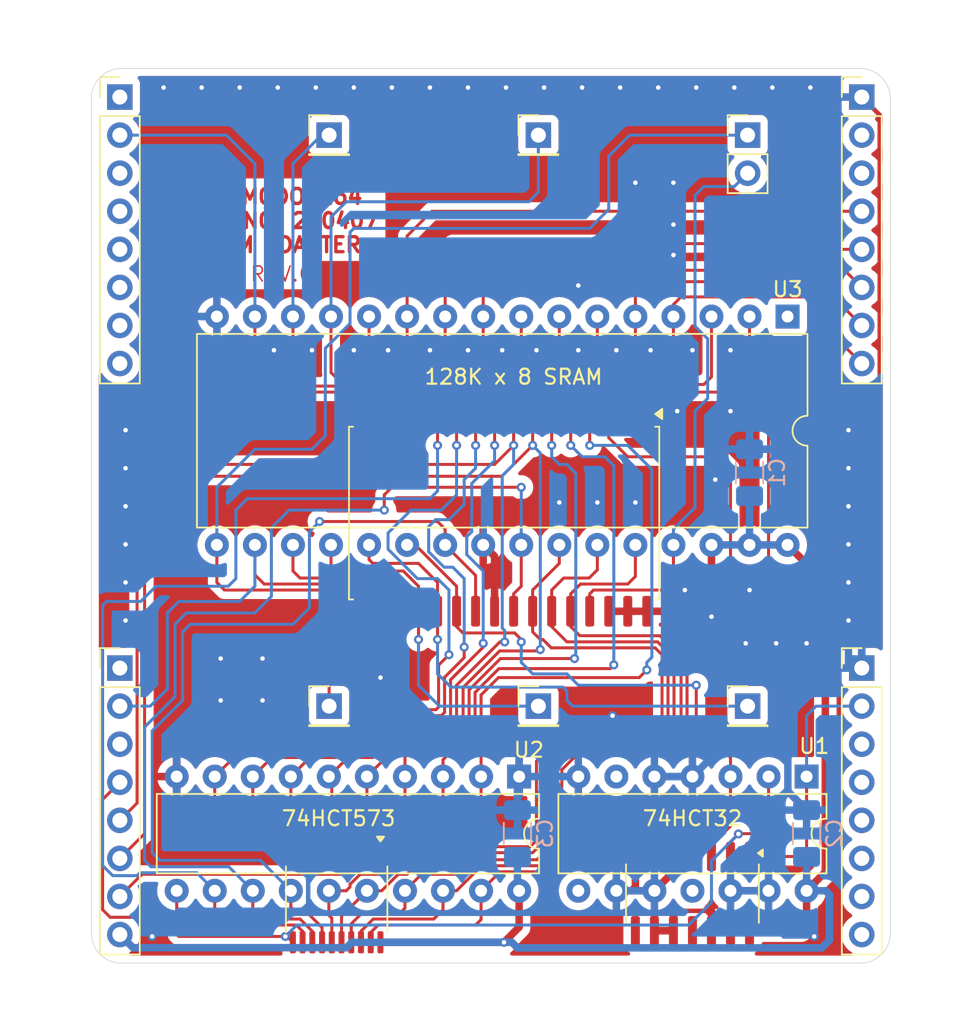
<source format=kicad_pcb>
(kicad_pcb (version 20240108) (generator "pcbnew") (generator_version "8.0")
  (layers (0 "F.Cu" signal) (31 "B.Cu" signal) (34 "B.Paste" user) (35 "F.Paste" user) (36 "B.SilkS" user "B.Silkscreen") (37 "F.SilkS" user "F.Silkscreen") (38 "B.Mask" user) (39 "F.Mask" user) (44 "Edge.Cuts" user))
  (net 0 "")
  (net 1 "VCC")
  (net 2 "GND")
  (net 6 "/D0")
  (net 7 "/~{RAS}")
  (net 10 "/~{W}")
  (net 11 "/MA6")
  (net 13 "/~{CAS}")
  (net 15 "/D4")
  (net 16 "/MA0")
  (net 17 "/MA1")
  (net 19 "/MA2")
  (net 20 "/MA5")
  (net 21 "/MA7")
  (net 22 "/MA4")
  (net 23 "/MA3")
  (net 25 "/D1")
  (net 26 "/D2")
  (net 27 "/D3")
  (net 28 "/D5")
  (net 29 "/D6")
  (net 30 "/D7")
  (net 32 "/~{SRAM_EN}")
  (net 35 "/A6")
  (net 36 "/A0")
  (net 37 "/A2")
  (net 38 "/A1")
  (net 39 "/A4")
  (net 40 "/A7")
  (net 41 "/A3")
  (net 42 "/A5")
  (footprint "Connector_PinHeader_2.54mm:PinHeader_1x02_P2.54mm_Vertical" (layer "F.Cu") (at 79.629 41.275)
    (property "Reference" "J7" (hide yes))
    (property "Value" "T_03")
  )
  (footprint "Connector_PinHeader_2.54mm:PinHeader_1x08_P2.54mm_Vertical" (layer "F.Cu") (at 87.249 38.735)
    (property "Reference" "J2" (hide yes))
    (property "Value" "TR_DRAM")
  )
  (footprint "Connector_PinHeader_2.54mm:PinHeader_1x08_P2.54mm_Vertical" (layer "F.Cu") (at 87.249 76.835)
    (property "Reference" "J4" (hide yes))
    (property "Value" "BR_DRAM")
  )
  (footprint "Connector_PinHeader_2.54mm:PinHeader_1x08_P2.54mm_Vertical" (layer "F.Cu") (at 37.719 38.735)
    (property "Reference" "J1" (hide yes))
    (property "Value" "TL_DRAM")
  )
  (footprint "Connector_PinHeader_2.54mm:PinHeader_1x08_P2.54mm_Vertical" (layer "F.Cu") (at 37.719 76.835)
    (property "Reference" "J3" (hide yes))
    (property "Value" "BL_DRAM")
  )
  (footprint "Connector_PinHeader_2.54mm:PinHeader_1x01_P2.54mm_Vertical" (layer "F.Cu") (at 51.689 79.375)
    (property "Reference" "J8" (hide yes))
    (property "Value" "B_01")
  )
  (footprint "Connector_PinHeader_2.54mm:PinHeader_1x01_P2.54mm_Vertical" (layer "F.Cu") (at 65.659 41.275)
    (property "Reference" "J6" (hide yes))
    (property "Value" "T_02")
  )
  (footprint "Package_SO:TSSOP-20_4.4x6.5mm_P0.65mm" (layer "F.Cu") (at 52.193 92.2705 -90)
    (property "Reference" "U4" (hide yes))
    (property "Value" "74HCT573")
  )
  (footprint "Package_SO:SO-14_3.9x8.65mm_P1.27mm" (layer "F.Cu") (at 75.946 91.883 -90)
    (property "Reference" "U5" (hide yes))
    (property "Value" "74HCT32")
  )
  (footprint "Package_SO:SOP-32_11.305x20.495mm_P1.27mm" (layer "F.Cu") (at 63.373 66.494 -90)
    (property "Reference" "U6" (hide yes))
    (property "Value" "628128_DIP32_SSOP32")
  )
  (footprint "Connector_PinHeader_2.54mm:PinHeader_1x01_P2.54mm_Vertical" (layer "F.Cu") (at 79.629 79.375)
    (property "Reference" "J10" (hide yes))
    (property "Value" "B_03")
  )
  (footprint "Package_DIP:DIP-32_W15.24mm" (layer "F.Cu") (at 82.296 53.378 -90)
    (property "Reference" "U3")
    (property "Value" "128K x 8 SRAM")
  )
  (footprint "Connector_PinHeader_2.54mm:PinHeader_1x01_P2.54mm_Vertical" (layer "F.Cu") (at 51.689 41.275)
    (property "Reference" "J5" (hide yes))
    (property "Value" "T_01")
  )
  (footprint "Connector_PinHeader_2.54mm:PinHeader_1x01_P2.54mm_Vertical" (layer "F.Cu") (at 65.659 79.375)
    (property "Reference" "J9" (hide yes))
    (property "Value" "B_02")
  )
  (footprint "Package_DIP:DIP-20_W7.62mm" (layer "F.Cu") (at 64.374 84.074 -90)
    (property "Reference" "U2")
    (property "Value" "74HCT573")
  )
  (footprint "Package_DIP:DIP-14_W7.62mm" (layer "F.Cu") (at 83.566 84.074 -90)
    (property "Reference" "U1")
    (property "Value" "74HCT32")
  )
  (footprint "Capacitor_SMD:C_1206_3216Metric_Pad1.33x1.80mm_HandSolder" (layer "B.Cu") (at 83.566 87.874 90)
    (property "Reference" "C2")
    (property "Value" "100nF")
  )
  (footprint "Capacitor_SMD:C_1206_3216Metric_Pad1.33x1.80mm_HandSolder" (layer "B.Cu") (at 64.262 87.874 90)
    (property "Reference" "C3")
    (property "Value" "100nF")
  )
  (footprint "Capacitor_SMD:C_1206_3216Metric_Pad1.33x1.80mm_HandSolder" (layer "B.Cu") (at 79.756 63.7925 90)
    (property "Reference" "C1")
    (property "Value" "100nF")
  )
  (gr_arc (start 89.154 94.52) (mid 88.568214 95.934214) (end 87.154 96.52) (stroke (width 0.05)) (layer "Edge.Cuts"))
  (gr_line (start 35.814 94.52) (end 35.814 38.83) (stroke (width 0.05)) (layer "Edge.Cuts"))
  (gr_arc (start 37.814 96.52) (mid 36.399786 95.934214) (end 35.814 94.52) (stroke (width 0.05)) (layer "Edge.Cuts"))
  (gr_arc (start 87.154 36.83) (mid 88.568214 37.415786) (end 89.154 38.83) (stroke (width 0.05)) (layer "Edge.Cuts"))
  (gr_line (start 37.814 36.83) (end 87.154 36.83) (stroke (width 0.05)) (layer "Edge.Cuts"))
  (gr_arc (start 35.814 38.83) (mid 36.399786 37.415786) (end 37.814 36.83) (stroke (width 0.05)) (layer "Edge.Cuts"))
  (gr_line (start 87.154 96.52) (end 37.814 96.52) (stroke (width 0.05)) (layer "Edge.Cuts"))
  (gr_line (start 89.154 38.83) (end 89.154 94.52) (stroke (width 0.05)) (layer "Edge.Cuts"))
  (gr_text "REV.0" (at 48.514 50.546 0) (layer "F.Cu") (effects (font (size 1 1) (thickness 0.1))))
  (gr_text "COMMODORE64\nASSY NO. 250407\nSRAM ADAPTER" (at 48.26 46.99 0) (layer "F.Cu") (effects (font (size 1 1) (thickness 0.225))))
  (segment (start 64.374 94.122) (end 64.374 91.694) (width 0.5) (layer "F.Cu") (net 1))
  (segment (start 77.216 71.374) (end 77.216 68.618) (width 0.5) (layer "F.Cu") (net 1))
  (segment (start 72.898 73.044) (end 75.546 73.044) (width 0.5) (layer "F.Cu") (net 1))
  (segment (start 79.756 94.915684) (end 79.756 94.358) (width 0.5) (layer "F.Cu") (net 1))
  (segment (start 84.816 71.138) (end 84.816 90.444) (width 0.5) (layer "F.Cu") (net 1))
  (segment (start 82.296 68.618) (end 84.816 71.138) (width 0.5) (layer "F.Cu") (net 1))
  (segment (start 84.816 90.444) (end 83.566 91.694) (width 0.5) (layer "F.Cu") (net 1))
  (segment (start 75.546 73.044) (end 77.216 71.374) (width 0.5) (layer "F.Cu") (net 1))
  (segment (start 83.188 94.358) (end 83.566 93.98) (width 0.5) (layer "F.Cu") (net 1))
  (segment (start 55.118 95.133) (end 63.363 95.133) (width 0.5) (layer "F.Cu") (net 1))
  (segment (start 72.898 73.044) (end 70.358 73.044) (width 0.5) (layer "F.Cu") (net 1))
  (segment (start 79.756 94.358) (end 83.188 94.358) (width 0.5) (layer "F.Cu") (net 1))
  (segment (start 83.566 93.98) (end 83.566 91.694) (width 0.5) (layer "F.Cu") (net 1))
  (segment (start 63.363 95.133) (end 64.374 94.122) (width 0.5) (layer "F.Cu") (net 1))
  (via (at 63.363 95.133) (size 0.6) (drill 0.3) (layers "F.Cu" "B.Cu") (net 1))
  (segment (start 64.262 89.4365) (end 64.262 91.582) (width 0.5) (layer "B.Cu") (net 1))
  (segment (start 79.756 68.618) (end 79.756 65.355) (width 0.5) (layer "B.Cu") (net 1))
  (segment (start 52.844 95.492) (end 53.203 95.133) (width 0.5) (layer "B.Cu") (net 1))
  (segment (start 38.596 95.492) (end 52.844 95.492) (width 0.5) (layer "B.Cu") (net 1))
  (segment (start 64.262 95.504) (end 84.582 95.504) (width 0.5) (layer "B.Cu") (net 1))
  (segment (start 64.262 91.582) (end 64.374 91.694) (width 0.5) (layer "B.Cu") (net 1))
  (segment (start 84.836 91.694) (end 83.566 91.694) (width 0.5) (layer "B.Cu") (net 1))
  (segment (start 63.891 95.133) (end 64.262 95.504) (width 0.5) (layer "B.Cu") (net 1))
  (segment (start 77.216 68.618) (end 82.296 68.618) (width 0.5) (layer "B.Cu") (net 1))
  (segment (start 85.09 94.996) (end 85.09 91.948) (width 0.5) (layer "B.Cu") (net 1))
  (segment (start 85.09 91.948) (end 84.836 91.694) (width 0.5) (layer "B.Cu") (net 1))
  (segment (start 84.582 95.504) (end 85.09 94.996) (width 0.5) (layer "B.Cu") (net 1))
  (segment (start 83.566 89.4365) (end 83.566 91.694) (width 0.5) (layer "B.Cu") (net 1))
  (segment (start 53.203 95.133) (end 63.363 95.133) (width 0.5) (layer "B.Cu") (net 1))
  (segment (start 63.363 95.133) (end 63.891 95.133) (width 0.5) (layer "B.Cu") (net 1))
  (segment (start 37.719 94.615) (end 38.596 95.492) (width 0.5) (layer "B.Cu") (net 1))
  (segment (start 68.326 88.646) (end 68.326 84.074) (width 0.5) (layer "F.Cu") (net 2))
  (segment (start 44.45 79.248) (end 44.45 78.994) (width 0.5) (layer "F.Cu") (net 2))
  (segment (start 73.406 94.358) (end 74.676 94.358) (width 0.5) (layer "F.Cu") (net 2))
  (segment (start 85.725 38.735) (end 87.249 38.735) (width 0.5) (layer "F.Cu") (net 2))
  (segment (start 67.056 65.786) (end 69.596 65.786) (width 0.5) (layer "F.Cu") (net 2))
  (segment (start 47.244 76.2) (end 47.244 78.994) (width 0.3) (layer "F.Cu") (net 2))
  (segment (start 46.99 59.436) (end 53.34 59.436) (width 0.5) (layer "F.Cu") (net 2))
  (segment (start 38.1 60.96) (end 39.624 59.436) (width 0.5) (layer "F.Cu") (net 2))
  (segment (start 62.738 69.38) (end 61.976 68.618) (width 0.5) (layer "F.Cu") (net 2))
  (segment (start 74.422 38.1) (end 83.566 38.1) (width 0.5) (layer "F.Cu") (net 2))
  (segment (start 55.118 89.408) (end 55.118 88.661818) (width 0.5) (layer "F.Cu") (net 2))
  (segment (start 41.514 84.074) (end 41.514 82.184) (width 0.5) (layer "F.Cu") (net 2))
  (segment (start 44.196 57.404) (end 46.228 59.436) (width 0.5) (layer "F.Cu") (net 2))
  (segment (start 77.216 94.358) (end 78.486 94.358) (width 0.5) (layer "F.Cu") (net 2))
  (segment (start 72.136 89.408) (end 69.088 89.408) (width 0.5) (layer "F.Cu") (net 2))
  (segment (start 69.596 65.786) (end 72.136 65.786) (width 0.5) (layer "F.Cu") (net 2))
  (segment (start 86.36 60.96) (end 88.449 58.871) (width 0.3) (layer "F.Cu") (net 2))
  (segment (start 49.014 89.154) (end 41.656 89.154) (width 0.5) (layer "F.Cu") (net 2))
  (segment (start 77.216 94.358) (end 77.216 93.383001) (width 0.3) (layer "F.Cu") (net 2))
  (segment (start 61.976 66.802) (end 62.484 66.294) (width 0.5) (layer "F.Cu") (net 2))
  (segment (start 74.676 90.424) (end 73.406 91.694) (width 0.5) (layer "F.Cu") (net 2))
  (segment (start 76.865999 93.033) (end 75.115 93.033) (width 0.3) (layer "F.Cu") (net 2))
  (segment (start 63.5 65.786) (end 67.056 65.786) (width 0.5) (layer "F.Cu") (net 2))
  (segment (start 72.136 89.408) (end 72.136 91.44) (width 0.5) (layer "F.Cu") (net 2))
  (segment (start 40.64 58.42) (end 39.624 59.436) (width 0.5) (layer "F.Cu") (net 2))
  (segment (start 72.136 44.45) (end 74.676 44.45) (width 0.3) (layer "F.Cu") (net 2))
  (segment (start 83.566 38.1) (end 85.09 38.1) (width 0.5) (layer "F.Cu") (net 2))
  (segment (start 72.136 65.786) (end 77.216 65.786) (width 0.5) (layer "F.Cu") (net 2))
  (segment (start 77.216 93.383001) (end 76.865999 93.033) (width 0.3) (layer "F.Cu") (net 2))
  (segment (start 41.656 89.154) (end 41.514 89.012) (width 0.5) (layer "F.Cu") (net 2))
  (segment (start 78.486 59.69) (end 74.93 59.69) (width 0.3) (layer "F.Cu") (net 2))
  (segment (start 69.088 89.408) (end 68.326 88.646) (width 0.5) (layer "F.Cu") (net 2))
  (segment (start 78.486 91.694) (end 81.026 91.694) (width 0.5) (layer "F.Cu") (net 2))
  (segment (start 38.1 73.66) (end 38.1 60.96) (width 0.5) (layer "F.Cu") (net 2))
  (segment (start 41.514 89.012) (end 41.514 84.074) (width 0.5) (layer "F.Cu") (net 2))
  (segment (start 72.136 91.44) (end 71.882 91.694) (width 0.5) (layer "F.Cu") (net 2))
  (segment (start 88.449 39.935) (end 87.249 38.735) (width 0.3) (layer "F.Cu") (net 2))
  (segment (start 75.115 93.033) (end 74.676 93.472) (width 0.3) (layer "F.Cu") (net 2))
  (segment (start 77.216 65.786) (end 77.47 65.532) (width 0.5) (layer "F.Cu") (net 2))
  (segment (start 73.406 91.694) (end 71.882 91.694) (width 0.5) (layer "F.Cu") (net 2))
  (segment (start 40.64 38.1) (end 40.64 58.42) (width 0.5) (layer "F.Cu") (net 2))
  (segment (start 49.268 89.408) (end 49.014 89.154) (width 0.5) (layer "F.Cu") (net 2))
  (segment (start 41.514 82.184) (end 44.45 79.248) (width 0.5) (layer "F.Cu") (net 2))
  (segment (start 46.228 59.436) (end 46.99 59.436) (width 0.5) (layer "F.Cu") (net 2))
  (segment (start 39.624 59.436) (end 46.99 59.436) (width 0.5) (layer "F.Cu") (net 2))
  (segment (start 64.374 85.755818) (end 64.374 84.074) (width 0.5) (layer "F.Cu") (net 2))
  (segment (start 83.566 38.1) (end 83.82 38.1) (width 0.5) (layer "F.Cu") (net 2))
  (segment (start 74.676 93.472) (end 74.676 94.358) (width 0.3) (layer "F.Cu") (net 2))
  (segment (start 44.196 53.378) (end 44.196 57.404) (width 0.5) (layer "F.Cu") (net 2))
  (segment (start 74.676 44.45) (end 74.676 38.354) (width 0.3) (layer "F.Cu") (net 2))
  (segment (start 61.976 68.618) (end 61.976 66.802) (width 0.5) (layer "F.Cu") (net 2))
  (segment (start 62.484 66.294) (end 62.992 66.294) (width 0.5) (layer "F.Cu") (net 2))
  (segment (start 44.45 76.2) (end 47.244 76.2) (width 0.3) (layer "F.Cu") (net 2))
  (segment (start 40.64 38.1) (end 74.422 38.1) (width 0.5) (layer "F.Cu") (net 2))
  (segment (start 74.676 38.354) (end 74.422 38.1) (width 0.3) (layer "F.Cu") (net 2))
  (segment (start 74.676 89.408) (end 74.676 90.424) (width 0.5) (layer "F.Cu") (net 2))
  (segment (start 75.946 89.408) (end 74.676 89.408) (width 0.5) (layer "F.Cu") (net 2))
  (segment (start 77.47 65.532) (end 77.47 64.262) (width 0.5) (layer "F.Cu") (net 2))
  (segment (start 75.946 84.074) (end 73.406 84.074) (width 0.5) (layer "F.Cu") (net 2))
  (segment (start 78.486 94.358) (end 78.486 91.694) (width 0.5) (layer "F.Cu") (net 2))
  (segment (start 85.09 38.1) (end 85.725 38.735) (width 0.5) (layer "F.Cu") (net 2))
  (segment (start 55.118 88.661818) (end 56.141909 87.637909) (width 0.5) (layer "F.Cu") (net 2))
  (segment (start 53.34 59.436) (end 53.848 59.944) (width 0.5) (layer "F.Cu") (net 2))
  (segment (start 47.244 78.994) (end 44.45 78.994) (width 0.3) (layer "F.Cu") (net 2))
  (segment (start 71.882 91.694) (end 70.866 91.694) (width 0.5) (layer "F.Cu") (net 2))
  (segment (start 62.491909 87.637909) (end 64.374 85.755818) (width 0.5) (layer "F.Cu") (net 2))
  (segment (start 62.738 73.044) (end 62.738 69.38) (width 0.5) (layer "F.Cu") (net 2))
  (segment (start 88.449 58.871) (end 88.449 39.935) (width 0.3) (layer "F.Cu") (net 2))
  (segment (start 75.946 89.408) (end 75.946 84.074) (width 0.5) (layer "F.Cu") (net 2))
  (segment (start 56.141909 87.637909) (end 62.491909 87.637909) (width 0.5) (layer "F.Cu") (net 2))
  (segment (start 62.992 66.294) (end 63.5 65.786) (width 0.5) (layer "F.Cu") (net 2))
  (segment (start 73.406 94.358) (end 73.406 91.694) (width 0.5) (layer "F.Cu") (net 2))
  (via (at 86.36 60.96) (size 0.6) (drill 0.3) (layers "F.Cu" "B.Cu") (net 2))
  (via (at 74.676 44.45) (size 0.6) (drill 0.3) (layers "F.Cu" "B.Cu") (net 2))
  (via (at 71.12 38.1) (size 0.6) (drill 0.3) (layers "F.Cu" "B.Cu") (net 2))
  (via (at 83.82 38.1) (size 0.6) (drill 0.3) (layers "F.Cu" "B.Cu") (net 2))
  (via (at 75.946 55.626) (size 0.6) (drill 0.3) (layers "F.Cu" "B.Cu") (net 2))
  (via (at 55.626 55.626) (size 0.6) (drill 0.3) (layers "F.Cu" "B.Cu") (net 2))
  (via (at 68.58 38.1) (size 0.6) (drill 0.3) (layers "F.Cu" "B.Cu") (net 2))
  (via (at 44.45 76.2) (size 0.6) (drill 0.3) (layers "F.Cu" "B.Cu") (net 2))
  (via (at 86.36 66.04) (size 0.6) (drill 0.3) (layers "F.Cu" "B.Cu") (net 2))
  (via (at 55.118 77.47) (size 0.6) (drill 0.3) (layers "F.Cu" "B.Cu") (net 2))
  (via (at 86.36 71.12) (size 0.6) (drill 0.3) (layers "F.Cu" "B.Cu") (net 2))
  (via (at 47.244 78.994) (size 0.6) (drill 0.3) (layers "F.Cu" "B.Cu") (net 2))
  (via (at 50.546 55.626) (size 0.6) (drill 0.3) (layers "F.Cu" "B.Cu") (net 2))
  (via (at 68.326 51.308) (size 0.6) (drill 0.3) (layers "F.Cu" "B.Cu") (net 2))
  (via (at 74.676 49.276) (size 0.6) (drill 0.3) (layers "F.Cu" "B.Cu") (net 2))
  (via (at 55.88 38.1) (size 0.6) (drill 0.3) (layers "F.Cu" "B.Cu") (net 2))
  (via (at 40.64 38.1) (size 0.6) (drill 0.3) (layers "F.Cu" "B.Cu") (net 2))
  (via (at 78.486 59.69) (size 0.6) (drill 0.3) (layers "F.Cu" "B.Cu") (net 2))
  (via (at 86.36 73.66) (size 0.6) (drill 0.3) (layers "F.Cu" "B.Cu") (net 2))
  (via (at 53.34 38.1) (size 0.6) (drill 0.3) (layers "F.Cu" "B.Cu") (net 2))
  (via (at 60.96 55.626) (size 0.6) (drill 0.3) (layers "F.Cu" "B.Cu") (net 2))
  (via (at 44.45 78.994) (size 0.6) (drill 0.3) (layers "F.Cu" "B.Cu") (net 2))
  (via (at 83.566 75.184) (size 0.6) (drill 0.3) (layers "F.Cu" "B.Cu") (net 2))
  (via (at 68.326 55.626) (size 0.6) (drill 0.3) (layers "F.Cu" "B.Cu") (net 2))
  (via (at 81.28 38.1) (size 0.6) (drill 0.3) (layers "F.Cu" "B.Cu") (net 2))
  (via (at 86.36 63.5) (size 0.6) (drill 0.3) (layers "F.Cu" "B.Cu") (net 2))
  (via (at 70.612 80.01) (size 0.6) (drill 0.3) (layers "F.Cu" "B.Cu") (net 2))
  (via (at 65.532 55.626) (size 0.6) (drill 0.3) (layers "F.Cu" "B.Cu") (net 2))
  (via (at 50.8 38.1) (size 0.6) (drill 0.3) (layers "F.Cu" "B.Cu") (net 2))
  (via (at 69.596 65.786) (size 0.6) (drill 0.3) (layers "F.Cu" "B.Cu") (net 2))
  (via (at 58.42 55.626) (size 0.6) (drill 0.3) (layers "F.Cu" "B.Cu") (net 2))
  (via (at 66.04 38.1) (size 0.6) (drill 0.3) (layers "F.Cu" "B.Cu") (net 2))
  (via (at 38.1 63.5) (size 0.6) (drill 0.3) (layers "F.Cu" "B.Cu") (net 2))
  (via (at 58.42 38.1) (size 0.6) (drill 0.3) (layers "F.Cu" "B.Cu") (net 2))
  (via (at 47.244 76.2) (size 0.6) (drill 0.3) (layers "F.Cu" "B.Cu") (net 2))
  (via (at 74.676 47.244) (size 0.6) (drill 0.3) (layers "F.Cu" "B.Cu") (net 2))
  (via (at 63.5 38.1) (size 0.6) (drill 0.3) (layers "F.Cu" "B.Cu") (net 2))
  (via (at 67.056 65.786) (size 0.6) (drill 0.3) (layers "F.Cu" "B.Cu") (net 2))
  (via (at 86.36 68.58) (size 0.6) (drill 0.3) (layers "F.Cu" "B.Cu") (net 2))
  (via (at 39.878 94.742) (size 0.6) (drill 0.3) (layers "F.Cu" "B.Cu") (net 2))
  (via (at 75.438 71.628) (size 0.6) (drill 0.3) (layers "F.Cu" "B.Cu") (net 2))
  (via (at 48.26 38.1) (size 0.6) (drill 0.3) (layers "F.Cu" "B.Cu") (net 2))
  (via (at 74.93 59.69) (size 0.6) (drill 0.3) (layers "F.Cu" "B.Cu") (net 2))
  (via (at 45.72 38.1) (size 0.6) (drill 0.3) (layers "F.Cu" "B.Cu") (net 2))
  (via (at 78.74 38.1) (size 0.6) (drill 0.3) (layers "F.Cu" "B.Cu") (net 2))
  (via (at 60.96 38.1) (size 0.6) (drill 0.3) (layers "F.Cu" "B.Cu") (net 2))
  (via (at 43.18 38.1) (size 0.6) (drill 0.3) (layers "F.Cu" "B.Cu") (net 2))
  (via (at 63.246 55.626) (size 0.6) (drill 0.3) (layers "F.Cu" "B.Cu") (net 2))
  (via (at 72.136 44.45) (size 0.6) (drill 0.3) (layers "F.Cu" "B.Cu") (net 2))
  (via (at 73.152 55.626) (size 0.6) (drill 0.3) (layers "F.Cu" "B.Cu") (net 2))
  (via (at 48.006 55.626) (size 0.6) (drill 0.3) (layers "F.Cu" "B.Cu") (net 2))
  (via (at 70.866 55.626) (size 0.6) (drill 0.3) (layers "F.Cu" "B.Cu") (net 2))
  (via (at 38.1 71.12) (size 0.6) (drill 0.3) (layers "F.Cu" "B.Cu") (net 2))
  (via (at 72.136 65.786) (size 0.6) (drill 0.3) (layers "F.Cu" "B.Cu") (net 2))
  (via (at 78.486 55.626) (size 0.6) (drill 0.3) (layers "F.Cu" "B.Cu") (net 2))
  (via (at 53.34 55.626) (size 0.6) (drill 0.3) (layers "F.Cu" "B.Cu") (net 2))
  (via (at 73.66 38.1) (size 0.6) (drill 0.3) (layers "F.Cu" "B.Cu") (net 2))
  (via (at 38.1 60.96) (size 0.6) (drill 0.3) (layers "F.Cu" "B.Cu") (net 2))
  (via (at 81.534 75.184) (size 0.6) (drill 0.3) (layers "F.Cu" "B.Cu") (net 2))
  (via (at 38.1 73.66) (size 0.6) (drill 0.3) (layers "F.Cu" "B.Cu") (net 2))
  (via (at 38.1 66.04) (size 0.6) (drill 0.3) (layers "F.Cu" "B.Cu") (net 2))
  (via (at 79.502 75.184) (size 0.6) (drill 0.3) (layers "F.Cu" "B.Cu") (net 2))
  (via (at 76.2 38.1) (size 0.6) (drill 0.3) (layers "F.Cu" "B.Cu") (net 2))
  (via (at 79.756 71.628) (size 0.6) (drill 0.3) (layers "F.Cu" "B.Cu") (net 2))
  (via (at 77.47 64.262) (size 0.6) (drill 0.3) (layers "F.Cu" "B.Cu") (net 2))
  (via (at 77.216 73.406) (size 0.6) (drill 0.3) (layers "F.Cu" "B.Cu") (net 2))
  (via (at 84.074 94.742) (size 0.6) (drill 0.3) (layers "F.Cu" "B.Cu") (net 2))
  (via (at 38.1 68.58) (size 0.6) (drill 0.3) (layers "F.Cu" "B.Cu") (net 2))
  (segment (start 77.216 71.628) (end 79.756 71.628) (width 0.3) (layer "B.Cu") (net 2))
  (segment (start 79.756 62.23) (end 86.36 62.23) (width 0.5) (layer "B.Cu") (net 2))
  (segment (start 71.374 80.772) (end 72.644 80.772) (width 0.3) (layer "B.Cu") (net 2))
  (segment (start 77.216 73.406) (end 77.216 71.628) (width 0.3) (layer "B.Cu") (net 2))
  (segment (start 79.756 71.628) (end 86.106 71.628) (width 0.3) (layer "B.Cu") (net 2))
  (segment (start 86.106 75.184) (end 86.36 75.438) (width 0.3) (layer "B.Cu") (net 2))
  (segment (start 61.214 87.63) (end 50.292 87.63) (width 0.5) (layer "B.Cu") (net 2))
  (segment (start 69.342 49.276) (end 68.326 50.292) (width 0.3) (layer "B.Cu") (net 2))
  (segment (start 74.676 44.45) (end 74.676 49.276) (width 0.3) (layer "B.Cu") (net 2))
  (segment (start 54.61 76.2) (end 55.118 76.708) (width 0.3) (layer "B.Cu") (net 2))
  (segment (start 81.534 82.296) (end 77.724 82.296) (width 0.5) (layer "B.Cu") (net 2))
  (segment (start 83.439 76.835) (end 82.042 78.232) (width 0.5) (layer "B.Cu") (net 2))
  (segment (start 82.042 81.534) (end 82.042 81.788) (width 0.5) (layer "B.Cu") (net 2))
  (segment (start 62.5325 86.3115) (end 61.214 87.63) (width 0.5) (layer "B.Cu") (net 2))
  (segment (start 68.326 50.292) (end 68.326 51.308) (width 0.3) (layer "B.Cu") (net 2))
  (segment (start 64.262 86.3115) (end 62.5325 86.3115) (width 0.5) (layer "B.Cu") (net 2))
  (segment (start 82.042 78.232) (end 82.042 81.534) (width 0.5) (layer "B.Cu") (net 2))
  (segment (start 50.038 92.964) (end 50.292 92.71) (width 0.3) (layer "B.Cu") (net 2))
  (segment (start 41.514 86.614) (end 41.514 84.074) (width 0.5) (layer "B.Cu") (net 2))
  (segment (start 64.262 86.3115) (end 64.262 84.186) (width 0.5) (layer "B.Cu") (net 2))
  (segment (start 78.486 55.626) (end 78.486 59.69) (width 0.3) (layer "B.Cu") (net 2))
  (segment (start 86.36 75.438) (end 86.36 73.66) (width 0.5) (layer "B.Cu") (net 2))
  (segment (start 47.244 76.2) (end 54.61 76.2) (width 0.3) (layer "B.Cu") (net 2))
  (segment (start 81.026 93.726) (end 81.026 91.694) (width 0.3) (layer "B.Cu") (net 2))
  (segment (start 44.196 55.372) (end 44.196 53.378) (width 0.3) (layer "B.Cu") (net 2))
  (segment (start 75.438 71.628) (end 77.216 71.628) (width 0.3) (layer "B.Cu") (net 2))
  (segment (start 85.598 59.69) (end 86.36 60.452) (width 0.3) (layer "B.Cu") (net 2))
  (segment (start 82.042 94.742) (end 81.026 93.726) (width 0.3) (layer "B.Cu") (net 2))
  (segment (start 86.36 76.835) (end 86.36 75.438) (width 0.5) (layer "B.Cu") (net 2))
  (segment (start 50.292 87.63) (end 42.53 87.63) (width 0.5) (layer "B.Cu") (net 2))
  (segment (start 82.042 81.788) (end 81.534 82.296) (width 0.5) (layer "B.Cu") (net 2))
  (segment (start 74.93 56.388) (end 75.692 55.626) (width 0.3) (layer "B.Cu") (net 2))
  (segment (start 50.292 92.71) (end 50.292 87.63) (width 0.3) (layer "B.Cu") (net 2))
  (segment (start 53.34 55.626) (end 75.692 55.626) (width 0.3) (layer "B.Cu") (net 2))
  (segment (start 77.724 82.296) (end 75.946 84.074) (width 0.5) (layer "B.Cu") (net 2))
  (segment (start 86.36 62.23) (end 86.36 60.96) (width 0.5) (layer "B.Cu") (net 2))
  (segment (start 86.36 76.835) (end 83.439 76.835) (width 0.5) (layer "B.Cu") (net 2))
  (segment (start 73.406 84.074) (end 73.406 81.534) (width 0.3) (layer "B.Cu") (net 2))
  (segment (start 48.006 55.626) (end 44.45 55.626) (width 0.3) (layer "B.Cu") (net 2))
  (segment (start 84.074 94.742) (end 82.042 94.742) (width 0.3) (layer "B.Cu") (net 2))
  (segment (start 86.36 60.452) (end 86.36 60.96) (width 0.3) (layer "B.Cu") (net 2))
  (segment (start 86.36 71.374) (end 86.36 62.23) (width 0.5) (layer "B.Cu") (net 2))
  (segment (start 78.486 59.69) (end 85.598 59.69) (width 0.3) (layer "B.Cu") (net 2))
  (segment (start 39.878 94.742) (end 41.656 92.964) (width 0.3) (layer "B.Cu") (net 2))
  (segment (start 50.546 55.626) (end 48.006 55.626) (width 0.3) (layer "B.Cu") (net 2))
  (segment (start 79.502 75.184) (end 86.106 75.184) (width 0.3) (layer "B.Cu") (net 2))
  (segment (start 86.106 71.628) (end 86.36 71.374) (width 0.3) (layer "B.Cu") (net 2))
  (segment (start 74.676 49.276) (end 69.342 49.276) (width 0.3) (layer "B.Cu") (net 2))
  (segment (start 74.93 59.69) (end 74.93 56.388) (width 0.3) (layer "B.Cu") (net 2))
  (segment (start 41.656 92.964) (end 50.038 92.964) (width 0.3) (layer "B.Cu") (net 2))
  (segment (start 77.47 64.262) (end 77.47 62.992) (width 0.5) (layer "B.Cu") (net 2))
  (segment (start 82.316 85.0615) (end 82.316 81.808) (width 0.5) (layer "B.Cu") (net 2))
  (segment (start 77.47 62.992) (end 78.232 62.23) (width 0.5) (layer "B.Cu") (net 2))
  (segment (start 83.566 86.3115) (end 82.316 85.0615) (width 0.5) (layer "B.Cu") (net 2))
  (segment (start 87.249 76.835) (end 86.36 76.835) (width 0.5) (layer "B.Cu") (net 2))
  (segment (start 64.262 84.186) (end 64.374 84.074) (width 0.5) (layer "B.Cu") (net 2))
  (segment (start 78.232 62.23) (end 79.756 62.23) (width 0.5) (layer "B.Cu") (net 2))
  (segment (start 75.692 55.626) (end 75.946 55.626) (width 0.3) (layer "B.Cu") (net 2))
  (segment (start 73.406 81.534) (end 72.644 80.772) (width 0.3) (layer "B.Cu") (net 2))
  (segment (start 82.316 81.808) (end 82.042 81.534) (width 0.5) (layer "B.Cu") (net 2))
  (segment (start 42.53 87.63) (end 41.514 86.614) (width 0.5) (layer "B.Cu") (net 2))
  (segment (start 86.36 73.66) (end 86.36 71.374) (width 0.5) (layer "B.Cu") (net 2))
  (segment (start 55.118 76.708) (end 55.118 77.47) (width 0.3) (layer "B.Cu") (net 2))
  (segment (start 44.45 55.626) (end 44.196 55.372) (width 0.3) (layer "B.Cu") (net 2))
  (segment (start 70.612 80.01) (end 71.374 80.772) (width 0.3) (layer "B.Cu") (net 2))
  (segment (start 51.816 57.112) (end 51.816 53.378) (width 0.2) (layer "F.Cu") (net 6))
  (segment (start 57.658 58.42) (end 56.858 57.62) (width 0.2) (layer "F.Cu") (net 6))
  (segment (start 56.858 57.62) (end 52.324 57.62) (width 0.2) (layer "F.Cu") (net 6))
  (segment (start 52.324 57.62) (end 51.816 57.112) (width 0.2) (layer "F.Cu") (net 6))
  (segment (start 57.658 59.944) (end 57.658 58.42) (width 0.2) (layer "F.Cu") (net 6))
  (segment (start 51.816 46.736) (end 52.832 45.72) (width 0.2) (layer "B.Cu") (net 6))
  (segment (start 52.832 45.72) (end 65.024 45.72) (width 0.2) (layer "B.Cu") (net 6))
  (segment (start 51.816 53.378) (end 51.816 46.736) (width 0.2) (layer "B.Cu") (net 6))
  (segment (start 65.659 45.085) (end 65.659 41.275) (width 0.2) (layer "B.Cu") (net 6))
  (segment (start 65.024 45.72) (end 65.659 45.085) (width 0.2) (layer "B.Cu") (net 6))
  (segment (start 79.0145 87.904501) (end 79.014501 87.904501) (width 0.2) (layer "F.Cu") (net 7))
  (segment (start 78.486 89.408) (end 78.486 88.433001) (width 0.2) (layer "F.Cu") (net 7))
  (segment (start 48.877 94.742) (end 48.768 94.742) (width 0.2) (layer "F.Cu") (net 7))
  (segment (start 79.014501 87.904501) (end 79.014501 87.9045) (width 0.2) (layer "F.Cu") (net 7))
  (segment (start 36.569 92.957) (end 37.077 93.465) (width 0.2) (layer "F.Cu") (net 7))
  (segment (start 41.507 93.465) (end 41.514 93.472) (width 0.2) (layer "F.Cu") (net 7))
  (segment (start 79.014501 87.9045) (end 79.035001 87.884) (width 0.2) (layer "F.Cu") (net 7))
  (segment (start 48.768 94.742) (end 41.656 94.742) (width 0.2) (layer "F.Cu") (net 7))
  (segment (start 79.035001 87.884) (end 80.518 87.884) (width 0.2) (layer "F.Cu") (net 7))
  (segment (start 81.026 87.376) (end 81.026 84.074) (width 0.2) (layer "F.Cu") (net 7))
  (segment (start 78.486 88.433001) (end 79.0145 87.904501) (width 0.2) (layer "F.Cu") (net 7))
  (segment (start 49.268 95.133) (end 48.877 94.742) (width 0.2) (layer "F.Cu") (net 7))
  (segment (start 41.514 93.472) (end 41.514 91.694) (width 0.2) (layer "F.Cu") (net 7))
  (segment (start 37.077 93.465) (end 41.507 93.465) (width 0.2) (layer "F.Cu") (net 7))
  (segment (start 41.514 94.6) (end 41.514 93.472) (width 0.2) (layer "F.Cu") (net 7))
  (segment (start 37.719 84.455) (end 36.569 85.605) (width 0.2) (layer "F.Cu") (net 7))
  (segment (start 80.518 87.884) (end 81.026 87.376) (width 0.2) (layer "F.Cu") (net 7))
  (segment (start 36.569 85.605) (end 36.569 92.957) (width 0.2) (layer "F.Cu") (net 7))
  (segment (start 41.656 94.742) (end 41.514 94.6) (width 0.2) (layer "F.Cu") (net 7))
  (via (at 48.768 94.742) (size 0.6) (drill 0.3) (layers "F.Cu" "B.Cu") (net 7))
  (via (at 79.014501 87.904501) (size 0.6) (drill 0.3) (layers "F.Cu" "B.Cu") (net 7))
  (segment (start 77.216 89.703002) (end 77.216 92.456) (width 0.2) (layer "B.Cu") (net 7))
  (segment (start 79.014501 87.904501) (end 77.216 89.703002) (width 0.2) (layer "B.Cu") (net 7))
  (segment (start 49.53 93.98) (end 48.768 94.742) (width 0.2) (layer "B.Cu") (net 7))
  (segment (start 75.692 93.98) (end 49.53 93.98) (width 0.2) (layer "B.Cu") (net 7))
  (segment (start 77.216 92.456) (end 75.692 93.98) (width 0.2) (layer "B.Cu") (net 7))
  (segment (start 69.088 73.044) (end 69.088 71.882) (width 0.2) (layer "F.Cu") (net 10))
  (segment (start 69.088 71.882) (end 69.342 71.628) (width 0.2) (layer "F.Cu") (net 10))
  (segment (start 69.342 71.628) (end 73.914 71.628) (width 0.2) (layer "F.Cu") (net 10))
  (segment (start 73.914 71.628) (end 74.676 70.866) (width 0.2) (layer "F.Cu") (net 10))
  (segment (start 74.676 70.866) (end 74.676 68.618) (width 0.2) (layer "F.Cu") (net 10))
  (segment (start 79.629 43.815) (end 78.74 44.704) (width 0.2) (layer "B.Cu") (net 10))
  (segment (start 76.962 58.844) (end 76.116 59.69) (width 0.2) (layer "B.Cu") (net 10))
  (segment (start 76.116 45.296) (end 76.116 54.018) (width 0.2) (layer "B.Cu") (net 10))
  (segment (start 74.676 67.564) (end 74.676 68.618) (width 0.2) (layer "B.Cu") (net 10))
  (segment (start 76.116 59.69) (end 76.116 66.124) (width 0.2) (layer "B.Cu") (net 10))
  (segment (start 76.116 66.124) (end 74.676 67.564) (width 0.2) (layer "B.Cu") (net 10))
  (segment (start 76.708 44.704) (end 76.116 45.296) (width 0.2) (layer "B.Cu") (net 10))
  (segment (start 78.74 44.704) (end 76.708 44.704) (width 0.2) (layer "B.Cu") (net 10))
  (segment (start 76.962 54.864) (end 76.962 58.844) (width 0.2) (layer "B.Cu") (net 10))
  (segment (start 76.116 54.018) (end 76.962 54.864) (width 0.2) (layer "B.Cu") (net 10))
  (segment (start 60.198 57.912) (end 60.198 59.944) (width 0.2) (layer "F.Cu") (net 11))
  (segment (start 58.166 56.388) (end 57.384314 56.388) (width 0.2) (layer "F.Cu") (net 11))
  (segment (start 45.832 82.296) (end 49.276 82.296) (width 0.2) (layer "F.Cu") (net 11))
  (segment (start 87.249 46.355) (end 58.547 46.355) (width 0.2) (layer "F.Cu") (net 11))
  (segment (start 44.054 84.074) (end 45.832 82.296) (width 0.2) (layer "F.Cu") (net 11))
  (segment (start 60.198 59.944) (end 60.198 61.976) (width 0.2) (layer "F.Cu") (net 11))
  (segment (start 56.896 48.006) (end 56.896 53.378) (width 0.2) (layer "F.Cu") (net 11))
  (segment (start 57.384314 56.388) (end 57.140157 56.143843) (width 0.2) (layer "F.Cu") (net 11))
  (segment (start 58.547 46.355) (end 56.896 48.006) (width 0.2) (layer "F.Cu") (net 11))
  (segment (start 44.45 88.138) (end 49.385499 88.138) (width 0.2) (layer "F.Cu") (net 11))
  (segment (start 52.07 81.496) (end 54.14 81.496) (width 0.2) (layer "F.Cu") (net 11))
  (segment (start 58.82 79.61) (end 58.998 79.432) (width 0.2) (layer "F.Cu") (net 11))
  (segment (start 54.14 81.496) (end 56.026 79.61) (width 0.2) (layer "F.Cu") (net 11))
  (segment (start 49.385499 88.138) (end 49.918 88.670501) (width 0.2) (layer "F.Cu") (net 11))
  (segment (start 58.998 79.432) (end 58.998 76.638) (width 0.2) (layer "F.Cu") (net 11))
  (segment (start 56.026 79.61) (end 58.82 79.61) (width 0.2) (layer "F.Cu") (net 11))
  (segment (start 49.276 82.296) (end 49.568 82.004) (width 0.2) (layer "F.Cu") (net 11))
  (segment (start 58.674 56.388) (end 60.198 57.912) (width 0.2) (layer "F.Cu") (net 11))
  (segment (start 56.896 53.378) (end 56.896 55.899686) (width 0.2) (layer "F.Cu") (net 11))
  (segment (start 57.658 56.388) (end 58.166 56.388) (width 0.2) (layer "F.Cu") (net 11))
  (segment (start 49.568 82.004) (end 51.562 82.004) (width 0.2) (layer "F.Cu") (net 11))
  (segment (start 51.562 82.004) (end 52.07 81.496) (width 0.2) (layer "F.Cu") (net 11))
  (segment (start 44.054 84.074) (end 44.054 87.742) (width 0.2) (layer "F.Cu") (net 11))
  (segment (start 58.166 56.388) (end 58.674 56.388) (width 0.2) (layer "F.Cu") (net 11))
  (segment (start 56.896 55.899686) (end 57.140157 56.143843) (width 0.2) (layer "F.Cu") (net 11))
  (segment (start 58.998 76.638) (end 59.69 75.946) (width 0.2) (layer "F.Cu") (net 11))
  (segment (start 44.054 87.742) (end 44.45 88.138) (width 0.2) (layer "F.Cu") (net 11))
  (segment (start 49.918 88.670501) (end 49.918 89.408) (width 0.2) (layer "F.Cu") (net 11))
  (via (at 60.198 61.976) (size 0.6) (drill 0.3) (layers "F.Cu" "B.Cu") (net 11))
  (via (at 59.69 75.946) (size 0.6) (drill 0.3) (layers "F.Cu" "B.Cu") (net 11))
  (segment (start 59.69 71.628) (end 59.69 75.946) (width 0.2) (layer "B.Cu") (net 11))
  (segment (start 60.198 61.976) (end 60.198 65.278) (width 0.2) (layer "B.Cu") (net 11))
  (segment (start 58.928 70.866) (end 59.69 71.628) (width 0.2) (layer "B.Cu") (net 11))
  (segment (start 55.626 67.818) (end 55.626 68.903635) (width 0.2) (layer "B.Cu") (net 11))
  (segment (start 57.15 66.294) (end 55.626 67.818) (width 0.2) (layer "B.Cu") (net 11))
  (segment (start 55.626 68.903635) (end 57.588365 70.866) (width 0.2) (layer "B.Cu") (net 11))
  (segment (start 57.588365 70.866) (end 58.928 70.866) (width 0.2) (layer "B.Cu") (net 11))
  (segment (start 60.198 65.278) (end 59.182 66.294) (width 0.2) (layer "B.Cu") (net 11))
  (segment (start 59.182 66.294) (end 57.15 66.294) (width 0.2) (layer "B.Cu") (net 11))
  (segment (start 83.566 89.154) (end 83.566 84.074) (width 0.2) (layer "F.Cu") (net 13))
  (segment (start 83.312 89.408) (end 83.566 89.154) (width 0.2) (layer "F.Cu") (net 13))
  (segment (start 79.756 89.408) (end 83.312 89.408) (width 0.2) (layer "F.Cu") (net 13))
  (segment (start 83.566 80.01) (end 83.566 84.074) (width 0.2) (layer "B.Cu") (net 13))
  (segment (start 84.201 79.375) (end 83.566 80.01) (width 0.2) (layer "B.Cu") (net 13))
  (segment (start 87.249 79.375) (end 84.201 79.375) (width 0.2) (layer "B.Cu") (net 13))
  (segment (start 54.326999 71.228) (end 47.352 71.228) (width 0.2) (layer "F.Cu") (net 15))
  (segment (start 47.352 71.228) (end 46.736 70.612) (width 0.2) (layer "F.Cu") (net 15))
  (segment (start 55.118 73.044) (end 55.118 72.019001) (width 0.2) (layer "F.Cu") (net 15))
  (segment (start 46.736 70.612) (end 46.736 68.618) (width 0.2) (layer "F.Cu") (net 15))
  (segment (start 55.118 72.019001) (end 54.326999 71.228) (width 0.2) (layer "F.Cu") (net 15))
  (segment (start 41.656 72.39) (end 40.894 73.152) (width 0.2) (layer "B.Cu") (net 15))
  (segment (start 39.751 79.375) (end 37.719 79.375) (width 0.2) (layer "B.Cu") (net 15))
  (segment (start 40.894 73.152) (end 40.894 78.232) (width 0.2) (layer "B.Cu") (net 15))
  (segment (start 46.736 68.618) (end 46.736 71.374) (width 0.2) (layer "B.Cu") (net 15))
  (segment (start 45.72 72.39) (end 41.656 72.39) (width 0.2) (layer "B.Cu") (net 15))
  (segment (start 46.736 71.374) (end 45.72 72.39) (width 0.2) (layer "B.Cu") (net 15))
  (segment (start 40.894 78.232) (end 39.751 79.375) (width 0.2) (layer "B.Cu") (net 15))
  (segment (start 38.869 65.017) (end 40.64 63.246) (width 0.2) (layer "F.Cu") (net 16))
  (segment (start 54.61 82.804) (end 56.534 80.88) (width 0.2) (layer "F.Cu") (net 16))
  (segment (start 60.198 80.518) (end 60.198 77.978) (width 0.2) (layer "F.Cu") (net 16))
  (segment (start 64.008 59.944) (end 64.008 57.404) (width 0.2) (layer "F.Cu") (net 16))
  (segment (start 51.674 84.074) (end 52.944 82.804) (width 0.2) (layer "F.Cu") (net 16))
  (segment (start 60.198 77.978) (end 63.084 75.092) (width 0.2) (layer "F.Cu") (net 16))
  (segment (start 64.008 57.404) (end 64.516 56.896) (width 0.2) (layer "F.Cu") (net 16))
  (segment (start 64.008 61.976) (end 64.008 59.944) (width 0.2) (layer "F.Cu") (net 16))
  (segment (start 38.869 85.845) (end 38.869 65.017) (width 0.2) (layer "F.Cu") (net 16))
  (segment (start 59.836 80.88) (end 60.198 80.518) (width 0.2) (layer "F.Cu") (net 16))
  (segment (start 51.674 84.074) (end 51.868 84.268) (width 0.2) (layer "F.Cu") (net 16))
  (segment (start 40.64 63.246) (end 62.738 63.246) (width 0.2) (layer "F.Cu") (net 16))
  (segment (start 52.944 82.804) (end 54.61 82.804) (width 0.2) (layer "F.Cu") (net 16))
  (segment (start 51.868 84.268) (end 51.868 89.408) (width 0.2) (layer "F.Cu") (net 16))
  (segment (start 63.084 75.092) (end 63.410779 75.092) (width 0.2) (layer "F.Cu") (net 16))
  (segment (start 56.534 80.88) (end 59.836 80.88) (width 0.2) (layer "F.Cu") (net 16))
  (segment (start 62.738 63.246) (end 64.008 61.976) (width 0.2) (layer "F.Cu") (net 16))
  (segment (start 64.516 56.896) (end 64.516 53.378) (width 0.2) (layer "F.Cu") (net 16))
  (segment (start 37.719 86.995) (end 38.869 85.845) (width 0.2) (layer "F.Cu") (net 16))
  (via (at 64.008 61.976) (size 0.6) (drill 0.3) (layers "F.Cu" "B.Cu") (net 16))
  (via (at 63.410779 75.092) (size 0.6) (drill 0.3) (layers "F.Cu" "B.Cu") (net 16))
  (segment (start 63.410779 75.092) (end 63.410779 74.332779) (width 0.2) (layer "B.Cu") (net 16))
  (segment (start 63.754 63.5) (end 64.008 63.246) (width 0.2) (layer "B.Cu") (net 16))
  (segment (start 63.246 74.168) (end 63.246 64.77) (width 0.2) (layer "B.Cu") (net 16))
  (segment (start 63.410779 74.332779) (end 63.246 74.168) (width 0.2) (layer "B.Cu") (net 16))
  (segment (start 63.246 64.77) (end 63.246 64.008) (width 0.2) (layer "B.Cu") (net 16))
  (segment (start 63.246 64.008) (end 63.754 63.5) (width 0.2) (layer "B.Cu") (net 16))
  (segment (start 64.008 63.246) (end 64.008 61.976) (width 0.2) (layer "B.Cu") (net 16))
  (segment (start 52.518 89.408) (end 52.518 88.706) (width 0.2) (layer "F.Cu") (net 17))
  (segment (start 39.37 87.884) (end 39.37 65.081686) (width 0.2) (layer "F.Cu") (net 17))
  (segment (start 40.414843 64.036843) (end 63.217157 64.036843) (width 0.2) (layer "F.Cu") (net 17))
  (segment (start 54.214 84.074) (end 57.008 81.28) (width 0.2) (layer "F.Cu") (net 17))
  (segment (start 67.056 53.378) (end 67.056 55.626) (width 0.2) (layer "F.Cu") (net 17))
  (segment (start 37.719 89.535) (end 39.37 87.884) (width 0.2) (layer "F.Cu") (net 17))
  (segment (start 60.126 81.28) (end 60.634 80.772) (width 0.2) (layer "F.Cu") (net 17))
  (segment (start 63.072942 75.692) (end 65.694 75.692) (width 0.2) (layer "F.Cu") (net 17))
  (segment (start 54.214 87.01) (end 54.214 84.074) (width 0.2) (layer "F.Cu") (net 17))
  (segment (start 67.056 55.626) (end 65.278 57.404) (width 0.2) (layer "F.Cu") (net 17))
  (segment (start 65.694 75.692) (end 65.786 75.6) (width 0.2) (layer "F.Cu") (net 17))
  (segment (start 65.278 57.404) (end 65.278 59.944) (width 0.2) (layer "F.Cu") (net 17))
  (segment (start 60.634 78.130942) (end 63.072942 75.692) (width 0.2) (layer "F.Cu") (net 17))
  (segment (start 65.278 61.976) (end 65.278 59.944) (width 0.2) (layer "F.Cu") (net 17))
  (segment (start 52.518 88.706) (end 54.214 87.01) (width 0.2) (layer "F.Cu") (net 17))
  (segment (start 63.217157 64.036843) (end 65.278 61.976) (width 0.2) (layer "F.Cu") (net 17))
  (segment (start 57.008 81.28) (end 60.126 81.28) (width 0.2) (layer "F.Cu") (net 17))
  (segment (start 60.634 80.772) (end 60.634 78.130942) (width 0.2) (layer "F.Cu") (net 17))
  (segment (start 39.37 65.081686) (end 40.414843 64.036843) (width 0.2) (layer "F.Cu") (net 17))
  (via (at 65.786 75.6) (size 0.6) (drill 0.3) (layers "F.Cu" "B.Cu") (net 17))
  (via (at 65.278 61.976) (size 0.6) (drill 0.3) (layers "F.Cu" "B.Cu") (net 17))
  (segment (start 65.786 75.6) (end 65.786 62.484) (width 0.2) (layer "B.Cu") (net 17))
  (segment (start 65.786 62.484) (end 65.278 61.976) (width 0.2) (layer "B.Cu") (net 17))
  (segment (start 66.548 59.944) (end 66.548 61.976) (width 0.2) (layer "F.Cu") (net 19))
  (segment (start 56.754 82.438) (end 56.754 84.074) (width 0.2) (layer "F.Cu") (net 19))
  (segment (start 56.754 85.74) (end 56.388 86.106) (width 0.2) (layer "F.Cu") (net 19))
  (segment (start 60.452 81.788) (end 57.404 81.788) (width 0.2) (layer "F.Cu") (net 19))
  (segment (start 57.404 81.788) (end 56.754 82.438) (width 0.2) (layer "F.Cu") (net 19))
  (segment (start 69.596 55.88) (end 69.596 53.378) (width 0.2) (layer "F.Cu") (net 19))
  (segment (start 69.088 56.388) (end 69.596 55.88) (width 0.2) (layer "F.Cu") (net 19))
  (segment (start 56.754 84.074) (end 56.754 85.74) (width 0.2) (layer "F.Cu") (net 19))
  (segment (start 61.034 78.296628) (end 61.034 81.206) (width 0.2) (layer "F.Cu") (net 19))
  (segment (start 67.818 56.388) (end 69.088 56.388) (width 0.2) (layer "F.Cu") (net 19))
  (segment (start 39.2 90.594) (end 52.916 90.594) (width 0.2) (layer "F.Cu") (net 19))
  (segment (start 54.28225 87.55625) (end 54.282251 87.55625) (width 0.2) (layer "F.Cu") (net 19))
  (segment (start 53.168 90.342) (end 53.168 89.408) (width 0.2) (layer "F.Cu") (net 19))
  (segment (start 61.034 81.206) (end 60.452 81.788) (width 0.2) (layer "F.Cu") (net 19))
  (segment (start 68.072 76.2) (end 63.130628 76.2) (width 0.2) (layer "F.Cu") (net 19))
  (segment (start 66.548 57.658) (end 67.818 56.388) (width 0.2) (layer "F.Cu") (net 19))
  (segment (start 63.130628 76.2) (end 61.034 78.296628) (width 0.2) (layer "F.Cu") (net 19))
  (segment (start 55.732501 86.106) (end 56.388 86.106) (width 0.2) (layer "F.Cu") (net 19))
  (segment (start 53.168 88.670501) (end 54.28225 87.55625) (width 0.2) (layer "F.Cu") (net 19))
  (segment (start 52.916 90.594) (end 53.168 90.342) (width 0.2) (layer "F.Cu") (net 19))
  (segment (start 53.168 89.408) (end 53.168 88.670501) (width 0.2) (layer "F.Cu") (net 19))
  (segment (start 37.719 92.075) (end 39.2 90.594) (width 0.2) (layer "F.Cu") (net 19))
  (segment (start 66.548 59.944) (end 66.548 57.658) (width 0.2) (layer "F.Cu") (net 19))
  (segment (start 54.282251 87.55625) (end 55.732501 86.106) (width 0.2) (layer "F.Cu") (net 19))
  (via (at 66.548 61.976) (size 0.6) (drill 0.3) (layers "F.Cu" "B.Cu") (net 19))
  (via (at 68.072 76.2) (size 0.6) (drill 0.3) (layers "F.Cu" "B.Cu") (net 19))
  (segment (start 67.056 63.246) (end 66.548 62.738) (width 0.2) (layer "B.Cu") (net 19))
  (segment (start 66.548 62.738) (end 66.548 62.484) (width 0.2) (layer "B.Cu") (net 19))
  (segment (start 66.548 61.976) (end 66.548 62.484) (width 0.2) (layer "B.Cu") (net 19))
  (segment (start 68.072 76.2) (end 68.156 76.116) (width 0.2) (layer "B.Cu") (net 19))
  (segment (start 68.156 63.838) (end 67.564 63.246) (width 0.2) (layer "B.Cu") (net 19))
  (segment (start 67.564 63.246) (end 67.056 63.246) (width 0.2) (layer "B.Cu") (net 19))
  (segment (start 68.156 76.116) (end 68.156 63.838) (width 0.2) (layer "B.Cu") (net 19))
  (segment (start 59.436 55.626) (end 61.468 57.658) (width 0.2) (layer "F.Cu") (net 20))
  (segment (start 61.468 57.658) (end 61.468 59.944) (width 0.2) (layer "F.Cu") (net 20))
  (segment (start 59.182 80.01) (end 59.398 79.794) (width 0.2) (layer "F.Cu") (net 20))
  (segment (start 84.074 48.514) (end 84.455 48.895) (width 0.2) (layer "F.Cu") (net 20))
  (segment (start 56.272628 80.01) (end 58.928 80.01) (width 0.2) (layer "F.Cu") (net 20))
  (segment (start 46.594 84.074) (end 47.864 82.804) (width 0.2) (layer "F.Cu") (net 20))
  (segment (start 47.864 82.804) (end 48.514 82.804) (width 0.2) (layer "F.Cu") (net 20))
  (segment (start 84.455 48.895) (end 87.249 48.895) (width 0.2) (layer "F.Cu") (net 20))
  (segment (start 49.527499 87.63) (end 46.99 87.63) (width 0.2) (layer "F.Cu") (net 20))
  (segment (start 48.514 82.804) (end 49.838314 82.804) (width 0.2) (layer "F.Cu") (net 20))
  (segment (start 55.695314 80.587314) (end 56.272628 80.01) (width 0.2) (layer "F.Cu") (net 20))
  (segment (start 50.238314 82.404) (end 52.212628 82.404) (width 0.2) (layer "F.Cu") (net 20))
  (segment (start 50.192157 82.450157) (end 50.238314 82.404) (width 0.2) (layer "F.Cu") (net 20))
  (segment (start 50.568 88.670501) (end 49.527499 87.63) (width 0.2) (layer "F.Cu") (net 20))
  (segment (start 50.568 89.408) (end 50.568 88.670501) (width 0.2) (layer "F.Cu") (net 20))
  (segment (start 46.99 87.63) (end 46.594 87.234) (width 0.2) (layer "F.Cu") (net 20))
  (segment (start 59.436 49.022) (end 59.944 48.514) (width 0.2) (layer "F.Cu") (net 20))
  (segment (start 59.398 77.450314) (end 60.706 76.142314) (width 0.2) (layer "F.Cu") (net 20))
  (segment (start 59.398 79.794) (end 59.398 79.756) (width 0.2) (layer "F.Cu") (net 20))
  (segment (start 49.838314 82.804) (end 50.192157 82.450157) (width 0.2) (layer "F.Cu") (net 20))
  (segment (start 58.928 80.01) (end 59.182 80.01) (width 0.2) (layer "F.Cu") (net 20))
  (segment (start 52.322314 82.294314) (end 52.720628 81.896) (width 0.2) (layer "F.Cu") (net 20))
  (segment (start 54.386628 81.896) (end 55.695314 80.587314) (width 0.2) (layer "F.Cu") (net 20))
  (segment (start 59.944 48.514) (end 84.074 48.514) (width 0.2) (layer "F.Cu") (net 20))
  (segment (start 54.102 81.896) (end 54.386628 81.896) (width 0.2) (layer "F.Cu") (net 20))
  (segment (start 59.398 78.232) (end 59.398 77.450314) (width 0.2) (layer "F.Cu") (net 20))
  (segment (start 52.720628 81.896) (end 54.102 81.896) (width 0.2) (layer "F.Cu") (net 20))
  (segment (start 59.436 53.378) (end 59.436 55.626) (width 0.2) (layer "F.Cu") (net 20))
  (segment (start 59.436 53.378) (end 59.436 49.022) (width 0.2) (layer "F.Cu") (net 20))
  (segment (start 52.212628 82.404) (end 52.322314 82.294314) (width 0.2) (layer "F.Cu") (net 20))
  (segment (start 60.706 76.142314) (end 60.706 75.438) (width 0.2) (layer "F.Cu") (net 20))
  (segment (start 46.594 87.234) (end 46.594 84.074) (width 0.2) (layer "F.Cu") (net 20))
  (segment (start 61.468 59.944) (end 61.468 61.976) (width 0.2) (layer "F.Cu") (net 20))
  (segment (start 59.398 79.756) (end 59.398 78.232) (width 0.2) (layer "F.Cu") (net 20))
  (via (at 60.706 75.438) (size 0.6) (drill 0.3) (layers "F.Cu" "B.Cu") (net 20))
  (via (at 61.468 61.976) (size 0.6) (drill 0.3) (layers "F.Cu" "B.Cu") (net 20))
  (segment (start 60.706 70.866) (end 59.944 70.104) (width 0.2) (layer "B.Cu") (net 20))
  (segment (start 59.69 66.932182) (end 60.706 65.916182) (width 0.2) (layer "B.Cu") (net 20))
  (segment (start 60.706 75.438) (end 60.706 70.866) (width 0.2) (layer "B.Cu") (net 20))
  (segment (start 58.336 67.394) (end 58.797818 66.932182) (width 0.2) (layer "B.Cu") (net 20))
  (segment (start 60.706 65.916182) (end 60.706 65.278) (width 0.2) (layer "B.Cu") (net 20))
  (segment (start 60.706 64.262) (end 60.706 65.278) (width 0.2) (layer "B.Cu") (net 20))
  (segment (start 59.944 70.104) (end 59.366365 70.104) (width 0.2) (layer "B.Cu") (net 20))
  (segment (start 60.706 65.278) (end 60.706 64.77) (width 0.2) (layer "B.Cu") (net 20))
  (segment (start 61.468 63.5) (end 60.706 64.262) (width 0.2) (layer "B.Cu") (net 20))
  (segment (start 58.336 69.073635) (end 58.336 67.394) (width 0.2) (layer "B.Cu") (net 20))
  (segment (start 59.366365 70.104) (end 58.336 69.073635) (width 0.2) (layer "B.Cu") (net 20))
  (segment (start 58.797818 66.932182) (end 59.69 66.932182) (width 0.2) (layer "B.Cu") (net 20))
  (segment (start 61.468 61.976) (end 61.468 63.5) (width 0.2) (layer "B.Cu") (net 20))
  (segment (start 65.786 77.47) (end 67.564 77.47) (width 0.2) (layer "F.Cu") (net 21))
  (segment (start 85.598 53.34) (end 85.598 54.864) (width 0.2) (layer "F.Cu") (net 21))
  (segment (start 84.328 52.07) (end 85.598 53.34) (width 0.2) (layer "F.Cu") (net 21))
  (segment (start 85.598 54.864) (end 87.249 56.515) (width 0.2) (layer "F.Cu") (net 21))
  (segment (start 60.926 87.014) (end 61.834 86.106) (width 0.2) (layer "F.Cu") (net 21))
  (segment (start 61.834 78.628) (end 62.992 77.47) (width 0.2) (layer "F.Cu") (net 21))
  (segment (start 65.786 77.47) (end 72.39 77.47) (width 0.2) (layer "F.Cu") (net 21))
  (segment (start 74.676 53.378) (end 74.676 56.642) (width 0.2) (layer "F.Cu") (net 21))
  (segment (start 74.676 56.642) (end 73.914 57.404) (width 0.2) (layer "F.Cu") (net 21))
  (segment (start 54.468 88.534) (end 55.988 87.014) (width 0.2) (layer "F.Cu") (net 21))
  (segment (start 54.468 89.408) (end 54.468 88.534) (width 0.2) (layer "F.Cu") (net 21))
  (segment (start 61.834 86.106) (end 61.834 84.074) (width 0.2) (layer "F.Cu") (net 21))
  (segment (start 75.184 52.07) (end 84.328 52.07) (width 0.2) (layer "F.Cu") (net 21))
  (segment (start 70.104 57.404) (end 69.088 58.42) (width 0.2) (layer "F.Cu") (net 21))
  (segment (start 69.088 61.976) (end 69.088 59.944) (width 0.2) (layer "F.Cu") (net 21))
  (segment (start 73.914 57.404) (end 70.104 57.404) (width 0.2) (layer "F.Cu") (net 21))
  (segment (start 72.39 77.47) (end 72.898 76.962) (width 0.2) (layer "F.Cu") (net 21))
  (segment (start 62.992 77.47) (end 65.786 77.47) (width 0.2) (layer "F.Cu") (net 21))
  (segment (start 61.834 84.074) (end 61.834 78.628) (width 0.2) (layer "F.Cu") (net 21))
  (segment (start 69.088 58.42) (end 69.088 59.944) (width 0.2) (layer "F.Cu") (net 21))
  (segment (start 55.988 87.014) (end 60.926 87.014) (width 0.2) (layer "F.Cu") (net 21))
  (segment (start 74.676 53.378) (end 74.676 52.578) (width 0.2) (layer "F.Cu") (net 21))
  (segment (start 74.676 52.578) (end 75.184 52.07) (width 0.2) (layer "F.Cu") (net 21))
  (via (at 72.898 76.962) (size 0.6) (drill 0.3) (layers "F.Cu" "B.Cu") (net 21))
  (via (at 69.088 61.976) (size 0.6) (drill 0.3) (layers "F.Cu" "B.Cu") (net 21))
  (segment (start 73.236 63.584) (end 73.236 76.116) (width 0.2) (layer "B.Cu") (net 21))
  (segment (start 69.088 61.976) (end 71.628 61.976) (width 0.2) (layer "B.Cu") (net 21))
  (segment (start 73.236 76.116) (end 72.898 76.454) (width 0.2) (layer "B.Cu") (net 21))
  (segment (start 72.898 76.454) (end 72.898 76.962) (width 0.2) (layer "B.Cu") (net 21))
  (segment (start 71.628 61.976) (end 73.236 63.584) (width 0.2) (layer "B.Cu") (net 21))
  (segment (start 59.798 77.616) (end 60.071 77.343) (width 0.2) (layer "F.Cu") (net 22))
  (segment (start 56.368314 80.48) (end 59.474 80.48) (width 0.2) (layer "F.Cu") (net 22))
  (segment (start 61.976 75.438) (end 61.976 75.184) (width 0.2) (layer "F.Cu") (net 22))
  (segment (start 59.474 80.48) (end 59.798 80.156) (width 0.2) (layer "F.Cu") (net 22))
  (segment (start 52.886314 82.296) (end 54.552314 82.296) (width 0.2) (layer "F.Cu") (net 22))
  (segment (start 60.071 77.343) (end 60.655571 76.758429) (width 0.2) (layer "F.Cu") (net 22))
  (segment (start 49.134 86.834) (end 49.134 84.074) (width 0.2) (layer "F.Cu") (net 22))
  (segment (start 49.53 87.23) (end 49.134 86.834) (width 0.2) (layer "F.Cu") (net 22))
  (segment (start 62.738 61.976) (end 62.738 59.944) (width 0.2) (layer "F.Cu") (net 22))
  (segment (start 49.777499 87.23) (end 49.53 87.23) (width 0.2) (layer "F.Cu") (net 22))
  (segment (start 51.218 88.670501) (end 49.777499 87.23) (width 0.2) (layer "F.Cu") (net 22))
  (segment (start 59.798 80.156) (end 59.798 77.616) (width 0.2) (layer "F.Cu") (net 22))
  (segment (start 62.992 50.292) (end 61.976 51.308) (width 0.2) (layer "F.Cu") (net 22))
  (segment (start 62.738 57.404) (end 61.976 56.642) (width 0.2) (layer "F.Cu") (net 22))
  (segment (start 52.378314 82.804) (end 52.886314 82.296) (width 0.2) (layer "F.Cu") (net 22))
  (segment (start 86.106 50.292) (end 62.992 50.292) (width 0.2) (layer "F.Cu") (net 22))
  (segment (start 50.404 82.804) (end 52.378314 82.804) (width 0.2) (layer "F.Cu") (net 22))
  (segment (start 62.738 59.944) (end 62.738 57.404) (width 0.2) (layer "F.Cu") (net 22))
  (segment (start 51.218 89.408) (end 51.218 88.670501) (width 0.2) (layer "F.Cu") (net 22))
  (segment (start 87.249 51.435) (end 86.106 50.292) (width 0.2) (layer "F.Cu") (net 22))
  (segment (start 61.976 56.642) (end 61.976 53.378) (width 0.2) (layer "F.Cu") (net 22))
  (segment (start 54.552314 82.296) (end 56.368314 80.48) (width 0.2) (layer "F.Cu") (net 22))
  (segment (start 60.071 77.343) (end 61.976 75.438) (width 0.2) (layer "F.Cu") (net 22))
  (segment (start 49.134 84.074) (end 50.404 82.804) (width 0.2) (layer "F.Cu") (net 22))
  (segment (start 61.976 51.308) (end 61.976 53.378) (width 0.2) (layer "F.Cu") (net 22))
  (via (at 62.738 61.976) (size 0.6) (drill 0.3) (layers "F.Cu" "B.Cu") (net 22))
  (via (at 61.976 75.184) (size 0.6) (drill 0.3) (layers "F.Cu" "B.Cu") (net 22))
  (segment (start 61.214 67.734) (end 60.876 68.072) (width 0.2) (layer "B.Cu") (net 22))
  (segment (start 60.876 69.258) (end 61.976 70.358) (width 0.2) (layer "B.Cu") (net 22))
  (segment (start 61.214 64.516) (end 61.214 67.734) (width 0.2) (layer "B.Cu") (net 22))
  (segment (start 62.738 61.976) (end 62.738 62.992) (width 0.2) (layer "B.Cu") (net 22))
  (segment (start 62.738 62.992) (end 61.214 64.516) (width 0.2) (layer "B.Cu") (net 22))
  (segment (start 61.976 70.358) (end 61.976 75.184) (width 0.2) (layer "B.Cu") (net 22))
  (segment (start 60.876 68.072) (end 60.876 69.258) (width 0.2) (layer "B.Cu") (net 22))
  (segment (start 53.818 88.618314) (end 55.822314 86.614) (width 0.2) (layer "F.Cu") (net 23))
  (segment (start 59.294 86.36) (end 59.294 84.074) (width 0.2) (layer "F.Cu") (net 23))
  (segment (start 72.136 56.388) (end 72.136 53.378) (width 0.2) (layer "F.Cu") (net 23))
  (segment (start 59.04 86.614) (end 59.294 86.36) (width 0.2) (layer "F.Cu") (net 23))
  (segment (start 67.818 61.976) (end 67.818 59.944) (width 0.2) (layer "F.Cu") (net 23))
  (segment (start 84.328 51.054) (end 72.898 51.054) (width 0.2) (layer "F.Cu") (net 23))
  (segment (start 61.434 81.788) (end 60.926 82.296) (width 0.2) (layer "F.Cu") (net 23))
  (segment (start 68.58 56.896) (end 71.628 56.896) (width 0.2) (layer "F.Cu") (net 23))
  (segment (start 70.45 76.87) (end 63.026314 76.87) (width 0.2) (layer "F.Cu") (net 23))
  (segment (start 67.818 57.658) (end 68.58 56.896) (width 0.2) (layer "F.Cu") (net 23))
  (segment (start 60.926 82.296) (end 59.944 82.296) (width 0.2) (layer "F.Cu") (net 23))
  (segment (start 53.818 89.408) (end 53.818 88.618314) (width 0.2) (layer "F.Cu") (net 23))
  (segment (start 67.818 59.944) (end 67.818 57.658) (width 0.2) (layer "F.Cu") (net 23))
  (segment (start 72.898 51.054) (end 72.136 51.816) (width 0.2) (layer "F.Cu") (net 23))
  (segment (start 59.944 82.296) (end 59.294 82.946) (width 0.2) (layer "F.Cu") (net 23))
  (segment (start 61.434 78.462314) (end 61.434 81.788) (width 0.2) (layer "F.Cu") (net 23))
  (segment (start 63.026314 76.87) (end 61.434 78.462314) (width 0.2) (layer "F.Cu") (net 23))
  (segment (start 72.136 51.816) (end 72.136 53.378) (width 0.2) (layer "F.Cu") (net 23))
  (segment (start 59.294 82.946) (end 59.294 84.074) (width 0.2) (layer "F.Cu") (net 23))
  (segment (start 71.628 56.896) (end 72.136 56.388) (width 0.2) (layer "F.Cu") (net 23))
  (segment (start 70.696 76.624) (end 70.45 76.87) (width 0.2) (layer "F.Cu") (net 23))
  (segment (start 87.249 53.975) (end 84.328 51.054) (width 0.2) (layer "F.Cu") (net 23))
  (segment (start 55.822314 86.614) (end 59.04 86.614) (width 0.2) (layer "F.Cu") (net 23))
  (via (at 67.818 61.976) (size 0.6) (drill 0.3) (layers "F.Cu" "B.Cu") (net 23))
  (via (at 70.696 76.624) (size 0.6) (drill 0.3) (layers "F.Cu" "B.Cu") (net 23))
  (segment (start 70.696 76.624) (end 70.696 63.33) (width 0.2) (layer "B.Cu") (net 23))
  (segment (start 70.104 62.738) (end 68.58 62.738) (width 0.2) (layer "B.Cu") (net 23))
  (segment (start 70.696 63.33) (end 70.104 62.738) (width 0.2) (layer "B.Cu") (net 23))
  (segment (start 68.58 62.738) (end 67.818 61.976) (width 0.2) (layer "B.Cu") (net 23))
  (segment (start 70.696 76.7) (end 70.696 76.624) (width 0.2) (layer "B.Cu") (net 23))
  (segment (start 49.276 53.378) (end 49.276 57.512) (width 0.2) (layer "F.Cu") (net 25))
  (segment (start 49.784 58.02) (end 55.734 58.02) (width 0.2) (layer "F.Cu") (net 25))
  (segment (start 55.734 58.02) (end 56.388 58.674) (width 0.2) (layer "F.Cu") (net 25))
  (segment (start 56.388 58.674) (end 56.388 59.944) (width 0.2) (layer "F.Cu") (net 25))
  (segment (start 49.276 57.512) (end 49.784 58.02) (width 0.2) (layer "F.Cu") (net 25))
  (segment (start 51.181 41.275) (end 51.689 41.275) (width 0.2) (layer "B.Cu") (net 25))
  (segment (start 49.276 53.378) (end 49.276 43.18) (width 0.2) (layer "B.Cu") (net 25))
  (segment (start 49.276 43.18) (end 51.181 41.275) (width 0.2) (layer "B.Cu") (net 25))
  (segment (start 47.752 58.42) (end 46.736 57.404) (width 0.2) (layer "F.Cu") (net 26))
  (segment (start 55.118 59.944) (end 55.118 58.919001) (width 0.2) (layer "F.Cu") (net 26))
  (segment (start 55.118 58.919001) (end 54.618999 58.42) (width 0.2) (layer "F.Cu") (net 26))
  (segment (start 54.618999 58.42) (end 47.752 58.42) (width 0.2) (layer "F.Cu") (net 26))
  (segment (start 46.736 57.404) (end 46.736 53.378) (width 0.2) (layer "F.Cu") (net 26))
  (segment (start 37.719 41.275) (end 44.831 41.275) (width 0.2) (layer "B.Cu") (net 26))
  (segment (start 46.736 43.18) (end 46.736 53.378) (width 0.2) (layer "B.Cu") (net 26))
  (segment (start 44.831 41.275) (end 46.736 43.18) (width 0.2) (layer "B.Cu") (net 26))
  (segment (start 44.196 71.12) (end 44.196 68.618) (width 0.2) (layer "F.Cu") (net 27))
  (segment (start 53.848 73.044) (end 53.848 71.882) (width 0.2) (layer "F.Cu") (net 27))
  (segment (start 53.848 71.882) (end 53.594 71.628) (width 0.2) (layer "F.Cu") (net 27))
  (segment (start 53.594 71.628) (end 44.704 71.628) (width 0.2) (layer "F.Cu") (net 27))
  (segment (start 44.704 71.628) (end 44.196 71.12) (width 0.2) (layer "F.Cu") (net 27))
  (segment (start 50.546 62.23) (end 51.435 61.341) (width 0.2) (layer "B.Cu") (net 27))
  (segment (start 53.086 47.752) (end 53.34 47.498) (width 0.2) (layer "B.Cu") (net 27))
  (segment (start 44.196 64.77) (end 46.736 62.23) (width 0.2) (layer "B.Cu") (net 27))
  (segment (start 51.435 55.499) (end 53.086 53.848) (width 0.2) (layer "B.Cu") (net 27))
  (segment (start 44.196 68.618) (end 44.196 64.77) (width 0.2) (layer "B.Cu") (net 27))
  (segment (start 70.358 42.672) (end 71.755 41.275) (width 0.2) (layer "B.Cu") (net 27))
  (segment (start 71.755 41.275) (end 79.629 41.275) (width 0.2) (layer "B.Cu") (net 27))
  (segment (start 51.435 61.341) (end 51.435 55.499) (width 0.2) (layer "B.Cu") (net 27))
  (segment (start 70.358 46.228) (end 70.358 42.672) (width 0.2) (layer "B.Cu") (net 27))
  (segment (start 46.736 62.23) (end 50.546 62.23) (width 0.2) (layer "B.Cu") (net 27))
  (segment (start 53.34 47.498) (end 69.088 47.498) (width 0.2) (layer "B.Cu") (net 27))
  (segment (start 53.086 53.848) (end 53.086 47.752) (width 0.2) (layer "B.Cu") (net 27))
  (segment (start 69.088 47.498) (end 70.358 46.228) (width 0.2) (layer "B.Cu") (net 27))
  (segment (start 52.324 75.438) (end 51.689 76.073) (width 0.2) (layer "F.Cu") (net 28))
  (segment (start 55.334 70.828) (end 49.746 70.828) (width 0.2) (layer "F.Cu") (net 28))
  (segment (start 49.276 70.358) (end 49.276 68.618) (width 0.2) (layer "F.Cu") (net 28))
  (segment (start 56.388 71.882) (end 55.334 70.828) (width 0.2) (layer "F.Cu") (net 28))
  (segment (start 51.689 76.073) (end 51.689 79.375) (width 0.2) (layer "F.Cu") (net 28))
  (segment (start 55.88 75.438) (end 52.324 75.438) (width 0.2) (layer "F.Cu") (net 28))
  (segment (start 56.388 73.044) (end 56.388 71.882) (width 0.2) (layer "F.Cu") (net 28))
  (segment (start 49.746 70.828) (end 49.276 70.358) (width 0.2) (layer "F.Cu") (net 28))
  (segment (start 56.388 73.044) (end 56.388 74.93) (width 0.2) (layer "F.Cu") (net 28))
  (segment (start 56.388 74.93) (end 55.88 75.438) (width 0.2) (layer "F.Cu") (net 28))
  (segment (start 57.658 73.044) (end 57.658 74.93) (width 0.2) (layer "F.Cu") (net 29))
  (segment (start 51.816 70.104) (end 51.816 68.618) (width 0.2) (layer "F.Cu") (net 29))
  (segment (start 52.07 70.358) (end 51.816 70.104) (width 0.2) (layer "F.Cu") (net 29))
  (segment (start 57.658 73.044) (end 57.658 71.374) (width 0.2) (layer "F.Cu") (net 29))
  (segment (start 57.658 71.374) (end 56.642 70.358) (width 0.2) (layer "F.Cu") (net 29))
  (segment (start 56.642 70.358) (end 52.07 70.358) (width 0.2) (layer "F.Cu") (net 29))
  (via (at 57.658 74.93) (size 0.6) (drill 0.3) (layers "F.Cu" "B.Cu") (net 29))
  (segment (start 57.658 77.978) (end 59.055 79.375) (width 0.2) (layer "B.Cu") (net 29))
  (segment (start 59.055 79.375) (end 65.659 79.375) (width 0.2) (layer "B.Cu") (net 29))
  (segment (start 57.658 74.93) (end 57.658 77.978) (width 0.2) (layer "B.Cu") (net 29))
  (segment (start 57.658 69.85) (end 54.61 69.85) (width 0.2) (layer "F.Cu") (net 30))
  (segment (start 58.928 74.93) (end 58.928 73.044) (width 0.2) (layer "F.Cu") (net 30))
  (segment (start 58.928 73.044) (end 58.928 71.12) (width 0.2) (layer "F.Cu") (net 30))
  (segment (start 54.356 69.596) (end 54.61 69.85) (width 0.2) (layer "F.Cu") (net 30))
  (segment (start 54.356 68.618) (end 54.356 69.596) (width 0.2) (layer "F.Cu") (net 30))
  (segment (start 58.928 71.12) (end 57.658 69.85) (width 0.2) (layer "F.Cu") (net 30))
  (via (at 58.928 74.93) (size 0.6) (drill 0.3) (layers "F.Cu" "B.Cu") (net 30))
  (segment (start 67.945 79.375) (end 67.564 78.994) (width 0.2) (layer "B.Cu") (net 30))
  (segment (start 59.817 78.105) (end 58.928 77.216) (width 0.2) (layer "B.Cu") (net 30))
  (segment (start 67.31 78.105) (end 59.817 78.105) (width 0.2) (layer "B.Cu") (net 30))
  (segment (start 67.564 78.994) (end 67.564 78.359) (width 0.2) (layer "B.Cu") (net 30))
  (segment (start 67.564 78.359) (end 67.31 78.105) (width 0.2) (layer "B.Cu") (net 30))
  (segment (start 58.928 77.216) (end 58.928 74.93) (width 0.2) (layer "B.Cu") (net 30))
  (segment (start 79.629 79.375) (end 67.945 79.375) (width 0.2) (layer "B.Cu") (net 30))
  (segment (start 77.216 82.042) (end 76.2 81.026) (width 0.2) (layer "F.Cu") (net 32))
  (segment (start 77.724 82.042) (end 77.216 82.042) (width 0.2) (layer "F.Cu") (net 32))
  (segment (start 64.516 74.93) (end 64.516 75.092) (width 0.2) (layer "F.Cu") (net 32))
  (segment (start 76.2 81.026) (end 76.2 77.978) (width 0.2) (layer "F.Cu") (net 32))
  (segment (start 78.486 84.074) (end 78.486 82.804) (width 0.2) (layer "F.Cu") (net 32))
  (segment (start 60.198 71.374) (end 57.442 68.618) (width 0.2) (layer "F.Cu") (net 32))
  (segment (start 64.078 74.492) (end 64.262 74.676) (width 0.2) (layer "F.Cu") (net 32))
  (segment (start 77.216 88.646) (end 78.486 87.376) (width 0.2) (layer "F.Cu") (net 32))
  (segment (start 78.486 87.376) (end 78.486 84.074) (width 0.2) (layer "F.Cu") (net 32))
  (segment (start 64.262 74.676) (end 64.516 74.93) (width 0.2) (layer "F.Cu") (net 32))
  (segment (start 60.198 73.044) (end 60.198 74.068999) (width 0.2) (layer "F.Cu") (net 32))
  (segment (start 57.442 68.618) (end 56.896 68.618) (width 0.2) (layer "F.Cu") (net 32))
  (segment (start 78.486 82.804) (end 77.724 82.042) (width 0.2) (layer "F.Cu") (net 32))
  (segment (start 60.198 73.044) (end 60.198 71.374) (width 0.2) (layer "F.Cu") (net 32))
  (segment (start 60.621001 74.492) (end 64.078 74.492) (width 0.2) (layer "F.Cu") (net 32))
  (segment (start 60.198 74.068999) (end 60.621001 74.492) (width 0.2) (layer "F.Cu") (net 32))
  (segment (start 77.216 89.408) (end 77.216 88.646) (width 0.2) (layer "F.Cu") (net 32))
  (via (at 76.2 77.978) (size 0.6) (drill 0.3) (layers "F.Cu" "B.Cu") (net 32))
  (via (at 64.516 75.092) (size 0.6) (drill 0.3) (layers "F.Cu" "B.Cu") (net 32))
  (segment (start 67.572 77.224) (end 68.326 77.978) (width 0.2) (layer "B.Cu") (net 32))
  (segment (start 64.516 76.454) (end 65.286 77.224) (width 0.2) (layer "B.Cu") (net 32))
  (segment (start 76.2 77.978) (end 68.326 77.978) (width 0.2) (layer "B.Cu") (net 32))
  (segment (start 65.286 77.224) (end 67.572 77.224) (width 0.2) (layer "B.Cu") (net 32))
  (segment (start 64.516 75.092) (end 64.516 76.454) (width 0.2) (layer "B.Cu") (net 32))
  (segment (start 49.502499 93.98) (end 44.45 93.98) (width 0.2) (layer "F.Cu") (net 35))
  (segment (start 57.912 57.15) (end 54.864 57.15) (width 0.2) (layer "F.Cu") (net 35))
  (segment (start 58.928 58.166) (end 57.912 57.15) (width 0.2) (layer "F.Cu") (net 35))
  (segment (start 54.864 57.15) (end 54.356 56.642) (width 0.2) (layer "F.Cu") (net 35))
  (segment (start 49.918 95.133) (end 49.918 94.395501) (width 0.2) (layer "F.Cu") (net 35))
  (segment (start 58.928 59.944) (end 58.928 61.976) (width 0.2) (layer "F.Cu") (net 35))
  (segment (start 44.45 93.98) (end 44.054 93.584) (width 0.2) (layer "F.Cu") (net 35))
  (segment (start 44.054 93.584) (end 44.054 91.694) (width 0.2) (layer "F.Cu") (net 35))
  (segment (start 58.928 59.944) (end 58.928 58.166) (width 0.2) (layer "F.Cu") (net 35))
  (segment (start 54.356 56.642) (end 54.356 53.378) (width 0.2) (layer "F.Cu") (net 35))
  (segment (start 49.918 94.395501) (end 49.502499 93.98) (width 0.2) (layer "F.Cu") (net 35))
  (via (at 58.928 61.976) (size 0.6) (drill 0.3) (layers "F.Cu" "B.Cu") (net 35))
  (segment (start 42.855 90.495) (end 44.054 91.694) (width 0.2) (layer "B.Cu") (net 35))
  (segment (start 37.242654 90.685) (end 38.862 90.685) (width 0.2) (layer "B.Cu") (net 35))
  (segment (start 44.958 71.374) (end 40.132 71.374) (width 0.2) (layer "B.Cu") (net 35))
  (segment (start 39.116 72.39) (end 36.83 72.39) (width 0.2) (layer "B.Cu") (net 35))
  (segment (start 46.228 65.532) (end 45.466 66.294) (width 0.2) (layer "B.Cu") (net 35))
  (segment (start 38.862 90.685) (end 39.052 90.495) (width 0.2) (layer "B.Cu") (net 35))
  (segment (start 36.569 72.651) (end 36.569 90.011346) (width 0.2) (layer "B.Cu") (net 35))
  (segment (start 58.928 61.976) (end 58.928 65.024) (width 0.2) (layer "B.Cu") (net 35))
  (segment (start 58.928 65.024) (end 58.42 65.532) (width 0.2) (layer "B.Cu") (net 35))
  (segment (start 36.83 72.39) (end 36.569 72.651) (width 0.2) (layer "B.Cu") (net 35))
  (segment (start 36.569 90.011346) (end 37.242654 90.685) (width 0.2) (layer "B.Cu") (net 35))
  (segment (start 45.466 70.866) (end 44.958 71.374) (width 0.2) (layer "B.Cu") (net 35))
  (segment (start 40.132 71.374) (end 39.116 72.39) (width 0.2) (layer "B.Cu") (net 35))
  (segment (start 39.052 90.495) (end 42.855 90.495) (width 0.2) (layer "B.Cu") (net 35))
  (segment (start 45.466 66.294) (end 45.466 70.866) (width 0.2) (layer "B.Cu") (net 35))
  (segment (start 58.42 65.532) (end 46.228 65.532) (width 0.2) (layer "B.Cu") (net 35))
  (segment (start 65.278 71.628) (end 65.278 73.044) (width 0.2) (layer "F.Cu") (net 36))
  (segment (start 73.453843 75.485843) (end 66.520372 75.485843) (width 0.2) (layer "F.Cu") (net 36))
  (segment (start 73.914 75.946) (end 73.453843 75.485843) (width 0.2) (layer "F.Cu") (net 36))
  (segment (start 51.868 93.524) (end 51.674 93.33) (width 0.2) (layer "F.Cu") (net 36))
  (segment (start 66.520372 75.485843) (end 65.964529 74.93) (width 0.2) (layer "F.Cu") (net 36))
  (segment (start 65.786 74.93) (end 65.278 74.422) (width 0.2) (layer "F.Cu") (net 36))
  (segment (start 65.964529 74.93) (end 65.786 74.93) (width 0.2) (layer "F.Cu") (net 36))
  (segment (start 67.809622 80.772) (end 73.66 80.772) (width 0.2) (layer "F.Cu") (net 36))
  (segment (start 53.758365 90.594) (end 55.732679 90.594) (width 0.2) (layer "F.Cu") (net 36))
  (segment (start 60.400942 89.794) (end 61.440942 88.754) (width 0.2) (layer "F.Cu") (net 36))
  (segment (start 73.914 80.518) (end 73.914 75.946) (width 0.2) (layer "F.Cu") (net 36))
  (segment (start 52.832 91.694) (end 53.086 91.44) (width 0.2) (layer "F.Cu") (net 36))
  (segment (start 53.086 91.266365) (end 53.758365 90.594) (width 0.2) (layer "F.Cu") (net 36))
  (segment (start 65.532 88.334314) (end 65.532 83.049622) (width 0.2) (layer "F.Cu") (net 36))
  (segment (start 61.440942 88.754) (end 65.112314 88.754) (width 0.2) (layer "F.Cu") (net 36))
  (segment (start 67.056 68.618) (end 67.056 69.85) (width 0.2) (layer "F.Cu") (net 36))
  (segment (start 51.674 93.33) (end 51.674 91.694) (width 0.2) (layer "F.Cu") (net 36))
  (segment (start 56.864051 89.794) (end 60.400942 89.794) (width 0.2) (layer "F.Cu") (net 36))
  (segment (start 51.674 91.694) (end 52.832 91.694) (width 0.2) (layer "F.Cu") (net 36))
  (segment (start 53.086 91.44) (end 53.086 91.266365) (width 0.2) (layer "F.Cu") (net 36))
  (segment (start 51.868 95.133) (end 51.868 93.524) (width 0.2) (layer "F.Cu") (net 36))
  (segment (start 65.112314 88.754) (end 65.532 88.334314) (width 0.2) (layer "F.Cu") (net 36))
  (segment (start 73.66 80.772) (end 73.914 80.518) (width 0.2) (layer "F.Cu") (net 36))
  (segment (start 56.132679 90.194) (end 56.464051 90.194) (width 0.2) (layer "F.Cu") (net 36))
  (segment (start 67.056 69.85) (end 65.278 71.628) (width 0.2) (layer "F.Cu") (net 36))
  (segment (start 65.532 83.049622) (end 67.809622 80.772) (width 0.2) (layer "F.Cu") (net 36))
  (segment (start 55.732679 90.594) (end 56.132679 90.194) (width 0.2) (layer "F.Cu") (net 36))
  (segment (start 65.278 74.422) (end 65.278 73.044) (width 0.2) (layer "F.Cu") (net 36))
  (segment (start 56.464051 90.194) (end 56.864051 89.794) (width 0.2) (layer "F.Cu") (net 36))
  (segment (start 74.714 75.614628) (end 74.714 80.849372) (width 0.2) (layer "F.Cu") (net 37))
  (segment (start 71.628 71.228) (end 72.136 70.72) (width 0.2) (layer "F.Cu") (net 37))
  (segment (start 68.425001 74.676) (end 73.775371 74.676) (width 0.2) (layer "F.Cu") (net 37))
  (segment (start 73.921372 81.642) (end 68.070993 81.642) (width 0.2) (layer "F.Cu") (net 37))
  (segment (start 73.775371 74.676) (end 73.785215 74.685843) (width 0.2) (layer "F.Cu") (net 37))
  (segment (start 67.818 71.882) (end 68.472 71.228) (width 0.2) (layer "F.Cu") (net 37))
  (segment (start 67.818 73.044) (end 67.818 74.068999) (width 0.2) (layer "F.Cu") (net 37))
  (segment (start 53.168 93.898) (end 53.886 93.18) (width 0.2) (layer "F.Cu") (net 37))
  (segment (start 56.754 92.852) (end 56.426 93.18) (width 0.2) (layer "F.Cu") (net 37))
  (segment (start 60.732314 90.594) (end 57.854 90.594) (width 0.2) (layer "F.Cu") (net 37))
  (segment (start 68.472 71.228) (end 71.628 71.228) (width 0.2) (layer "F.Cu") (net 37))
  (segment (start 72.136 70.72) (end 72.136 68.618) (width 0.2) (layer "F.Cu") (net 37))
  (segment (start 74.714 80.849372) (end 73.921372 81.642) (width 0.2) (layer "F.Cu") (net 37))
  (segment (start 73.785215 74.685843) (end 74.714 75.614628) (width 0.2) (layer "F.Cu") (net 37))
  (segment (start 66.426 88.768) (end 65.57 89.624) (width 0.2) (layer "F.Cu") (net 37))
  (segment (start 57.854 90.594) (end 56.754 91.694) (width 0.2) (layer "F.Cu") (net 37))
  (segment (start 61.702314 89.624) (end 60.732314 90.594) (width 0.2) (layer "F.Cu") (net 37))
  (segment (start 67.818 73.044) (end 67.818 71.882) (width 0.2) (layer "F.Cu") (net 37))
  (segment (start 56.754 91.694) (end 56.754 92.852) (width 0.2) (layer "F.Cu") (net 37))
  (segment (start 66.426 83.286993) (end 66.426 88.768) (width 0.2) (layer "F.Cu") (net 37))
  (segment (start 67.818 74.068999) (end 68.425001 74.676) (width 0.2) (layer "F.Cu") (net 37))
  (segment (start 53.168 95.133) (end 53.168 93.898) (width 0.2) (layer "F.Cu") (net 37))
  (segment (start 53.886 93.18) (end 56.426 93.18) (width 0.2) (layer "F.Cu") (net 37))
  (segment (start 68.070993 81.642) (end 66.426 83.286993) (width 0.2) (layer "F.Cu") (net 37))
  (segment (start 65.57 89.624) (end 61.702314 89.624) (width 0.2) (layer "F.Cu") (net 37))
  (segment (start 56.896 90.594) (end 56.298365 90.594) (width 0.2) (layer "F.Cu") (net 38))
  (segment (start 66.026 88.406) (end 65.278 89.154) (width 0.2) (layer "F.Cu") (net 38))
  (segment (start 65.278 89.154) (end 61.606628 89.154) (width 0.2) (layer "F.Cu") (net 38))
  (segment (start 60.566628 90.194) (end 57.296 90.194) (width 0.2) (layer "F.Cu") (net 38))
  (segment (start 54.214 91.694) (end 52.518 93.39) (width 0.2) (layer "F.Cu") (net 38))
  (segment (start 66.026 83.121308) (end 66.026 88.406) (width 0.2) (layer "F.Cu") (net 38))
  (segment (start 69.05 70.828) (end 69.596 70.282) (width 0.2) (layer "F.Cu") (net 38))
  (segment (start 73.619529 75.085843) (end 74.314 75.780314) (width 0.2) (layer "F.Cu") (net 38))
  (segment (start 61.606628 89.154) (end 60.566628 90.194) (width 0.2) (layer "F.Cu") (net 38))
  (segment (start 52.518 93.39) (end 52.518 95.133) (width 0.2) (layer "F.Cu") (net 38))
  (segment (start 55.198366 91.694) (end 54.214 91.694) (width 0.2) (layer "F.Cu") (net 38))
  (segment (start 56.298365 90.594) (end 55.920183 90.972183) (width 0.2) (layer "F.Cu") (net 38))
  (segment (start 67.564844 75.085843) (end 73.619529 75.085843) (width 0.2) (layer "F.Cu") (net 38))
  (segment (start 74.314 80.683686) (end 73.755686 81.242) (width 0.2) (layer "F.Cu") (net 38))
  (segment (start 69.596 70.282) (end 69.596 68.618) (width 0.2) (layer "F.Cu") (net 38))
  (segment (start 66.548 73.044) (end 66.548 71.628) (width 0.2) (layer "F.Cu") (net 38))
  (segment (start 74.314 75.780314) (end 74.314 80.683686) (width 0.2) (layer "F.Cu") (net 38))
  (segment (start 57.296 90.194) (end 56.896 90.594) (width 0.2) (layer "F.Cu") (net 38))
  (segment (start 66.548 71.628) (end 67.348 70.828) (width 0.2) (layer "F.Cu") (net 38))
  (segment (start 66.548 73.044) (end 66.548 74.068999) (width 0.2) (layer "F.Cu") (net 38))
  (segment (start 73.755686 81.242) (end 67.905308 81.242) (width 0.2) (layer "F.Cu") (net 38))
  (segment (start 66.548 74.068999) (end 67.564844 75.085843) (width 0.2) (layer "F.Cu") (net 38))
  (segment (start 55.920183 90.972183) (end 55.198366 91.694) (width 0.2) (layer "F.Cu") (net 38))
  (segment (start 67.905308 81.242) (end 66.026 83.121308) (width 0.2) (layer "F.Cu") (net 38))
  (segment (start 67.348 70.828) (end 69.05 70.828) (width 0.2) (layer "F.Cu") (net 38))
  (segment (start 50.254 93.18) (end 49.53 93.18) (width 0.2) (layer "F.Cu") (net 39))
  (segment (start 51.054 67.056) (end 58.928 67.056) (width 0.2) (layer "F.Cu") (net 39))
  (segment (start 51.218 94.144) (end 50.254 93.18) (width 0.2) (layer "F.Cu") (net 39))
  (segment (start 51.218 95.133) (end 51.218 94.144) (width 0.2) (layer "F.Cu") (net 39))
  (segment (start 61.468 70.65) (end 59.436 68.618) (width 0.2) (layer "F.Cu") (net 39))
  (segment (start 59.436 67.564) (end 59.436 68.618) (width 0.2) (layer "F.Cu") (net 39))
  (segment (start 49.134 92.784) (end 49.53 93.18) (width 0.2) (layer "F.Cu") (net 39))
  (segment (start 61.468 73.044) (end 61.468 70.65) (width 0.2) (layer "F.Cu") (net 39))
  (segment (start 49.134 91.694) (end 49.134 92.784) (width 0.2) (layer "F.Cu") (net 39))
  (segment (start 58.928 67.056) (end 59.436 67.564) (width 0.2) (layer "F.Cu") (net 39))
  (via (at 51.054 67.056) (size 0.6) (drill 0.3) (layers "F.Cu" "B.Cu") (net 39))
  (segment (start 42.926 89.662) (end 40.386 89.662) (width 0.2) (layer "B.Cu") (net 39))
  (segment (start 40.64 80.264) (end 41.91 78.994) (width 0.2) (layer "B.Cu") (net 39))
  (segment (start 50.376 72.814) (end 50.376 67.734) (width 0.2) (layer "B.Cu") (net 39))
  (segment (start 47.102 89.662) (end 42.926 89.662) (width 0.2) (layer "B.Cu") (net 39))
  (segment (start 49.134 91.694) (end 47.102 89.662) (width 0.2) (layer "B.Cu") (net 39))
  (segment (start 41.91 74.422) (end 42.418 73.914) (width 0.2) (layer "B.Cu") (net 39))
  (segment (start 40.386 89.662) (end 39.878 89.154) (width 0.2) (layer "B.Cu") (net 39))
  (segment (start 50.376 67.734) (end 51.054 67.056) (width 0.2) (layer "B.Cu") (net 39))
  (segment (start 41.91 78.994) (end 41.91 78.232) (width 0.2) (layer "B.Cu") (net 39))
  (segment (start 49.276 73.914) (end 50.038 73.152) (width 0.2) (layer "B.Cu") (net 39))
  (segment (start 41.91 78.232) (end 41.91 74.422) (width 0.2) (layer "B.Cu") (net 39))
  (segment (start 42.418 73.914) (end 49.276 73.914) (width 0.2) (layer "B.Cu") (net 39))
  (segment (start 50.038 73.152) (end 50.376 72.814) (width 0.2) (layer "B.Cu") (net 39))
  (segment (start 39.878 89.154) (end 39.878 81.026) (width 0.2) (layer "B.Cu") (net 39))
  (segment (start 39.878 81.026) (end 40.64 80.264) (width 0.2) (layer "B.Cu") (net 39))
  (segment (start 61.834 93.614) (end 61.834 91.694) (width 0.2) (layer "F.Cu") (net 40))
  (segment (start 54.468 94.477044) (end 54.965044 93.98) (width 0.2) (layer "F.Cu") (net 40))
  (segment (start 80.518 73.66) (end 81.026 73.152) (width 0.2) (layer "F.Cu") (net 40))
  (segment (start 81.026 67.31) (end 81.026 66.802) (width 0.2) (layer "F.Cu") (net 40))
  (segment (start 66.04 90.424) (end 67.226 89.238) (width 0.2) (layer "F.Cu") (net 40))
  (segment (start 79.305686 73.66) (end 80.518 73.66) (width 0.2) (layer "F.Cu") (net 40))
  (segment (start 81.026 67.31) (end 81.026 58.928) (width 0.2) (layer "F.Cu") (net 40))
  (segment (start 77.879843 75.085843) (end 79.305686 73.66) (width 0.2) (layer "F.Cu") (net 40))
  (segment (start 71.628 58.674) (end 71.882 58.42) (width 0.2) (layer "F.Cu") (net 40))
  (segment (start 78.486 58.42) (end 79.502 58.42) (width 0.2) (layer "F.Cu") (net 40))
  (segment (start 68.294365 82.55) (end 74.144743 82.55) (width 0.2) (layer "F.Cu") (net 40))
  (segment (start 67.226 89.238) (end 67.226 83.618365) (width 0.2) (layer "F.Cu") (net 40))
  (segment (start 71.882 58.42) (end 78.486 58.42) (width 0.2) (layer "F.Cu") (net 40))
  (segment (start 61.468 93.98) (end 61.834 93.614) (width 0.2) (layer "F.Cu") (net 40))
  (segment (start 61.834 91.694) (end 63.104 90.424) (width 0.2) (layer "F.Cu") (net 40))
  (segment (start 80.518 58.42) (end 80.645 58.547) (width 0.2) (layer "F.Cu") (net 40))
  (segment (start 79.756 53.378) (end 79.756 58.166) (width 0.2) (layer "F.Cu") (net 40))
  (segment (start 67.226 83.618365) (end 68.294365 82.55) (width 0.2) (layer "F.Cu") (net 40))
  (segment (start 75.584 75.857686) (end 76.355843 75.085843) (width 0.2) (layer "F.Cu") (net 40))
  (segment (start 63.104 90.424) (end 66.04 90.424) (width 0.2) (layer "F.Cu") (net 40))
  (segment (start 81.026 73.152) (end 81.026 67.31) (width 0.2) (layer "F.Cu") (net 40))
  (segment (start 76.355843 75.085843) (end 77.879843 75.085843) (width 0.2) (layer "F.Cu") (net 40))
  (segment (start 79.756 58.166) (end 79.502 58.42) (width 0.2) (layer "F.Cu") (net 40))
  (segment (start 54.468 95.133) (end 54.468 94.477044) (width 0.2) (layer "F.Cu") (net 40))
  (segment (start 79.502 58.42) (end 80.518 58.42) (width 0.2) (layer "F.Cu") (net 40))
  (segment (start 74.144743 82.55) (end 74.252744 82.442) (width 0.2) (layer "F.Cu") (net 40))
  (segment (start 81.026 58.928) (end 80.645 58.547) (width 0.2) (layer "F.Cu") (net 40))
  (segment (start 54.965044 93.98) (end 61.468 93.98) (width 0.2) (layer "F.Cu") (net 40))
  (segment (start 75.584 81.110744) (end 75.584 75.857686) (width 0.2) (layer "F.Cu") (net 40))
  (segment (start 74.252744 82.442) (end 75.584 81.110744) (width 0.2) (layer "F.Cu") (net 40))
  (segment (start 71.628 59.944) (end 71.628 58.674) (width 0.2) (layer "F.Cu") (net 40))
  (segment (start 65.874314 90.024) (end 66.826 89.072314) (width 0.2) (layer "F.Cu") (net 41))
  (segment (start 59.294 92.96) (end 58.674 93.58) (width 0.2) (layer "F.Cu") (net 41))
  (segment (start 75.184 75.692) (end 76.2 74.676) (width 0.2) (layer "F.Cu") (net 41))
  (segment (start 59.294 91.694) (end 60.198 91.694) (width 0.2) (layer "F.Cu") (net 41))
  (segment (start 70.358 59.944) (end 70.358 58.674) (width 0.2) (layer "F.Cu") (net 41))
  (segment (start 78.486 63.5) (end 77.724 62.738) (width 0.2) (layer "F.Cu") (net 41))
  (segment (start 71.12 62.23) (end 71.628 62.738) (width 0.2) (layer "F.Cu") (net 41))
  (segment (start 71.12 57.912) (end 76.708 57.912) (width 0.2) (layer "F.Cu") (net 41))
  (segment (start 77.724 74.676) (end 78.486 73.914) (width 0.2) (layer "F.Cu") (net 41))
  (segment (start 53.818 94.395501) (end 54.633501 93.58) (width 0.2) (layer "F.Cu") (net 41))
  (segment (start 75.184 80.945058) (end 75.184 75.692) (width 0.2) (layer "F.Cu") (net 41))
  (segment (start 60.198 91.694) (end 61.868 90.024) (width 0.2) (layer "F.Cu") (net 41))
  (segment (start 70.358 58.674) (end 71.12 57.912) (width 0.2) (layer "F.Cu") (net 41))
  (segment (start 70.358 59.944) (end 70.358 61.468) (width 0.2) (layer "F.Cu") (net 41))
  (segment (start 70.358 61.468) (end 71.12 62.23) (width 0.2) (layer "F.Cu") (net 41))
  (segment (start 77.216 53.378) (end 77.216 57.404) (width 0.2) (layer "F.Cu") (net 41))
  (segment (start 68.236679 82.042) (end 74.087058 82.042) (width 0.2) (layer "F.Cu") (net 41))
  (segment (start 61.868 90.024) (end 65.874314 90.024) (width 0.2) (layer "F.Cu") (net 41))
  (segment (start 77.724 62.738) (end 75.184 62.738) (width 0.2) (layer "F.Cu") (net 41))
  (segment (start 74.087058 82.042) (end 75.184 80.945058) (width 0.2) (layer "F.Cu") (net 41))
  (segment (start 53.818 95.133) (end 53.818 94.395501) (width 0.2) (layer "F.Cu") (net 41))
  (segment (start 54.633501 93.58) (end 58.674 93.58) (width 0.2) (layer "F.Cu") (net 41))
  (segment (start 76.2 74.676) (end 77.724 74.676) (width 0.2) (layer "F.Cu") (net 41))
  (segment (start 78.486 73.914) (end 78.486 63.5) (width 0.2) (layer "F.Cu") (net 41))
  (segment (start 75.184 62.738) (end 75.692 62.738) (width 0.2) (layer "F.Cu") (net 41))
  (segment (start 71.628 62.738) (end 75.184 62.738) (width 0.2) (layer "F.Cu") (net 41))
  (segment (start 66.826 89.072314) (end 66.826 83.452679) (width 0.2) (layer "F.Cu") (net 41))
  (segment (start 77.216 57.404) (end 76.708 57.912) (width 0.2) (layer "F.Cu") (net 41))
  (segment (start 66.826 83.452679) (end 68.236679 82.042) (width 0.2) (layer "F.Cu") (net 41))
  (segment (start 59.294 91.694) (end 59.294 92.96) (width 0.2) (layer "F.Cu") (net 41))
  (segment (start 55.372 65.278) (end 55.372 66.294) (width 0.2) (layer "F.Cu") (net 42))
  (segment (start 64.516 71.374) (end 64.516 68.618) (width 0.2) (layer "F.Cu") (net 42))
  (segment (start 50.568 95.133) (end 50.568 94.395501) (width 0.2) (layer "F.Cu") (net 42))
  (segment (start 50.568 94.395501) (end 49.752499 93.58) (width 0.2) (layer "F.Cu") (net 42))
  (segment (start 64.516 64.77) (end 55.88 64.77) (width 0.2) (layer "F.Cu") (net 42))
  (segment (start 55.88 64.77) (end 55.372 65.278) (width 0.2) (layer "F.Cu") (net 42))
  (segment (start 49.752499 93.58) (end 47.098 93.58) (width 0.2) (layer "F.Cu") (net 42))
  (segment (start 46.594 93.076) (end 46.594 91.694) (width 0.2) (layer "F.Cu") (net 42))
  (segment (start 64.008 73.044) (end 64.008 71.882) (width 0.2) (layer "F.Cu") (net 42))
  (segment (start 64.008 71.882) (end 64.516 71.374) (width 0.2) (layer "F.Cu") (net 42))
  (segment (start 47.098 93.58) (end 46.594 93.076) (width 0.2) (layer "F.Cu") (net 42))
  (via (at 55.372 66.294) (size 0.6) (drill 0.3) (layers "F.Cu" "B.Cu") (net 42))
  (via (at 64.516 64.77) (size 0.6) (drill 0.3) (layers "F.Cu" "B.Cu") (net 42))
  (segment (start 41.402 73.914) (end 41.402 78.74) (width 0.2) (layer "B.Cu") (net 42))
  (segment (start 41.402 78.74) (end 39.37 80.772) (width 0.2) (layer "B.Cu") (net 42))
  (segment (start 55.372 66.294) (end 49.022 66.294) (width 0.2) (layer "B.Cu") (net 42))
  (segment (start 47.836 67.48) (end 47.836 72.052) (width 0.2) (layer "B.Cu") (net 42))
  (segment (start 46.736 73.152) (end 42.164 73.152) (width 0.2) (layer "B.Cu") (net 42))
  (segment (start 42.164 73.152) (end 41.402 73.914) (width 0.2) (layer "B.Cu") (net 42))
  (segment (start 39.37 89.662) (end 39.803 90.095) (width 0.2) (layer "B.Cu") (net 42))
  (segment (start 44.995 90.095) (end 46.594 91.694) (width 0.2) (layer "B.Cu") (net 42))
  (segment (start 64.516 68.618) (end 64.516 64.77) (width 0.2) (layer "B.Cu") (net 42))
  (segment (start 47.836 72.052) (end 46.736 73.152) (width 0.2) (layer "B.Cu") (net 42))
  (segment (start 39.37 80.772) (end 39.37 89.662) (width 0.2) (layer "B.Cu") (net 42))
  (segment (start 49.022 66.294) (end 47.836 67.48) (width 0.2) (layer "B.Cu") (net 42))
  (segment (start 39.803 90.095) (end 44.995 90.095) (width 0.2) (layer "B.Cu") (net 42))
  (zone (net 2) (net_name "GND") (layers "F&B.Cu") (connect_pads (clearance 0.5)) (min_thickness 0.25) (fill yes (thermal_gap 0.5) (thermal_bridge_width 0.5))
    (polygon (pts (xy 29.718 32.258) (xy 94.742 32.258) (xy 94.742 100.584) (xy 29.718 100.584)))
  )
)
</source>
